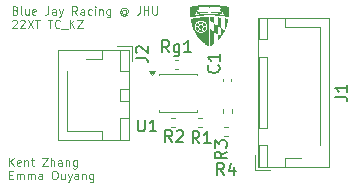
<source format=gto>
G04 #@! TF.GenerationSoftware,KiCad,Pcbnew,9.0.4*
G04 #@! TF.CreationDate,2025-12-18T17:29:26-05:00*
G04 #@! TF.ProjectId,TC_kent,54435f6b-656e-4742-9e6b-696361645f70,rev?*
G04 #@! TF.SameCoordinates,Original*
G04 #@! TF.FileFunction,Legend,Top*
G04 #@! TF.FilePolarity,Positive*
%FSLAX46Y46*%
G04 Gerber Fmt 4.6, Leading zero omitted, Abs format (unit mm)*
G04 Created by KiCad (PCBNEW 9.0.4) date 2025-12-18 17:29:26*
%MOMM*%
%LPD*%
G01*
G04 APERTURE LIST*
%ADD10C,0.100000*%
%ADD11C,0.150000*%
%ADD12C,0.120000*%
%ADD13C,0.000000*%
G04 APERTURE END LIST*
D10*
X119432455Y-91082172D02*
X119432455Y-90382172D01*
X119832455Y-91082172D02*
X119532455Y-90682172D01*
X119832455Y-90382172D02*
X119432455Y-90782172D01*
X120399122Y-91048839D02*
X120332455Y-91082172D01*
X120332455Y-91082172D02*
X120199122Y-91082172D01*
X120199122Y-91082172D02*
X120132455Y-91048839D01*
X120132455Y-91048839D02*
X120099122Y-90982172D01*
X120099122Y-90982172D02*
X120099122Y-90715505D01*
X120099122Y-90715505D02*
X120132455Y-90648839D01*
X120132455Y-90648839D02*
X120199122Y-90615505D01*
X120199122Y-90615505D02*
X120332455Y-90615505D01*
X120332455Y-90615505D02*
X120399122Y-90648839D01*
X120399122Y-90648839D02*
X120432455Y-90715505D01*
X120432455Y-90715505D02*
X120432455Y-90782172D01*
X120432455Y-90782172D02*
X120099122Y-90848839D01*
X120732455Y-90615505D02*
X120732455Y-91082172D01*
X120732455Y-90682172D02*
X120765789Y-90648839D01*
X120765789Y-90648839D02*
X120832455Y-90615505D01*
X120832455Y-90615505D02*
X120932455Y-90615505D01*
X120932455Y-90615505D02*
X120999122Y-90648839D01*
X120999122Y-90648839D02*
X121032455Y-90715505D01*
X121032455Y-90715505D02*
X121032455Y-91082172D01*
X121265788Y-90615505D02*
X121532455Y-90615505D01*
X121365788Y-90382172D02*
X121365788Y-90982172D01*
X121365788Y-90982172D02*
X121399122Y-91048839D01*
X121399122Y-91048839D02*
X121465788Y-91082172D01*
X121465788Y-91082172D02*
X121532455Y-91082172D01*
X122232455Y-90382172D02*
X122699121Y-90382172D01*
X122699121Y-90382172D02*
X122232455Y-91082172D01*
X122232455Y-91082172D02*
X122699121Y-91082172D01*
X122965788Y-91082172D02*
X122965788Y-90382172D01*
X123265788Y-91082172D02*
X123265788Y-90715505D01*
X123265788Y-90715505D02*
X123232455Y-90648839D01*
X123232455Y-90648839D02*
X123165788Y-90615505D01*
X123165788Y-90615505D02*
X123065788Y-90615505D01*
X123065788Y-90615505D02*
X122999122Y-90648839D01*
X122999122Y-90648839D02*
X122965788Y-90682172D01*
X123899121Y-91082172D02*
X123899121Y-90715505D01*
X123899121Y-90715505D02*
X123865788Y-90648839D01*
X123865788Y-90648839D02*
X123799121Y-90615505D01*
X123799121Y-90615505D02*
X123665788Y-90615505D01*
X123665788Y-90615505D02*
X123599121Y-90648839D01*
X123899121Y-91048839D02*
X123832455Y-91082172D01*
X123832455Y-91082172D02*
X123665788Y-91082172D01*
X123665788Y-91082172D02*
X123599121Y-91048839D01*
X123599121Y-91048839D02*
X123565788Y-90982172D01*
X123565788Y-90982172D02*
X123565788Y-90915505D01*
X123565788Y-90915505D02*
X123599121Y-90848839D01*
X123599121Y-90848839D02*
X123665788Y-90815505D01*
X123665788Y-90815505D02*
X123832455Y-90815505D01*
X123832455Y-90815505D02*
X123899121Y-90782172D01*
X124232454Y-90615505D02*
X124232454Y-91082172D01*
X124232454Y-90682172D02*
X124265788Y-90648839D01*
X124265788Y-90648839D02*
X124332454Y-90615505D01*
X124332454Y-90615505D02*
X124432454Y-90615505D01*
X124432454Y-90615505D02*
X124499121Y-90648839D01*
X124499121Y-90648839D02*
X124532454Y-90715505D01*
X124532454Y-90715505D02*
X124532454Y-91082172D01*
X125165787Y-90615505D02*
X125165787Y-91182172D01*
X125165787Y-91182172D02*
X125132454Y-91248839D01*
X125132454Y-91248839D02*
X125099121Y-91282172D01*
X125099121Y-91282172D02*
X125032454Y-91315505D01*
X125032454Y-91315505D02*
X124932454Y-91315505D01*
X124932454Y-91315505D02*
X124865787Y-91282172D01*
X125165787Y-91048839D02*
X125099121Y-91082172D01*
X125099121Y-91082172D02*
X124965787Y-91082172D01*
X124965787Y-91082172D02*
X124899121Y-91048839D01*
X124899121Y-91048839D02*
X124865787Y-91015505D01*
X124865787Y-91015505D02*
X124832454Y-90948839D01*
X124832454Y-90948839D02*
X124832454Y-90748839D01*
X124832454Y-90748839D02*
X124865787Y-90682172D01*
X124865787Y-90682172D02*
X124899121Y-90648839D01*
X124899121Y-90648839D02*
X124965787Y-90615505D01*
X124965787Y-90615505D02*
X125099121Y-90615505D01*
X125099121Y-90615505D02*
X125165787Y-90648839D01*
X119432455Y-91842466D02*
X119665789Y-91842466D01*
X119765789Y-92209133D02*
X119432455Y-92209133D01*
X119432455Y-92209133D02*
X119432455Y-91509133D01*
X119432455Y-91509133D02*
X119765789Y-91509133D01*
X120065788Y-92209133D02*
X120065788Y-91742466D01*
X120065788Y-91809133D02*
X120099122Y-91775800D01*
X120099122Y-91775800D02*
X120165788Y-91742466D01*
X120165788Y-91742466D02*
X120265788Y-91742466D01*
X120265788Y-91742466D02*
X120332455Y-91775800D01*
X120332455Y-91775800D02*
X120365788Y-91842466D01*
X120365788Y-91842466D02*
X120365788Y-92209133D01*
X120365788Y-91842466D02*
X120399122Y-91775800D01*
X120399122Y-91775800D02*
X120465788Y-91742466D01*
X120465788Y-91742466D02*
X120565788Y-91742466D01*
X120565788Y-91742466D02*
X120632455Y-91775800D01*
X120632455Y-91775800D02*
X120665788Y-91842466D01*
X120665788Y-91842466D02*
X120665788Y-92209133D01*
X120999121Y-92209133D02*
X120999121Y-91742466D01*
X120999121Y-91809133D02*
X121032455Y-91775800D01*
X121032455Y-91775800D02*
X121099121Y-91742466D01*
X121099121Y-91742466D02*
X121199121Y-91742466D01*
X121199121Y-91742466D02*
X121265788Y-91775800D01*
X121265788Y-91775800D02*
X121299121Y-91842466D01*
X121299121Y-91842466D02*
X121299121Y-92209133D01*
X121299121Y-91842466D02*
X121332455Y-91775800D01*
X121332455Y-91775800D02*
X121399121Y-91742466D01*
X121399121Y-91742466D02*
X121499121Y-91742466D01*
X121499121Y-91742466D02*
X121565788Y-91775800D01*
X121565788Y-91775800D02*
X121599121Y-91842466D01*
X121599121Y-91842466D02*
X121599121Y-92209133D01*
X122232454Y-92209133D02*
X122232454Y-91842466D01*
X122232454Y-91842466D02*
X122199121Y-91775800D01*
X122199121Y-91775800D02*
X122132454Y-91742466D01*
X122132454Y-91742466D02*
X121999121Y-91742466D01*
X121999121Y-91742466D02*
X121932454Y-91775800D01*
X122232454Y-92175800D02*
X122165788Y-92209133D01*
X122165788Y-92209133D02*
X121999121Y-92209133D01*
X121999121Y-92209133D02*
X121932454Y-92175800D01*
X121932454Y-92175800D02*
X121899121Y-92109133D01*
X121899121Y-92109133D02*
X121899121Y-92042466D01*
X121899121Y-92042466D02*
X121932454Y-91975800D01*
X121932454Y-91975800D02*
X121999121Y-91942466D01*
X121999121Y-91942466D02*
X122165788Y-91942466D01*
X122165788Y-91942466D02*
X122232454Y-91909133D01*
X123232454Y-91509133D02*
X123365787Y-91509133D01*
X123365787Y-91509133D02*
X123432454Y-91542466D01*
X123432454Y-91542466D02*
X123499120Y-91609133D01*
X123499120Y-91609133D02*
X123532454Y-91742466D01*
X123532454Y-91742466D02*
X123532454Y-91975800D01*
X123532454Y-91975800D02*
X123499120Y-92109133D01*
X123499120Y-92109133D02*
X123432454Y-92175800D01*
X123432454Y-92175800D02*
X123365787Y-92209133D01*
X123365787Y-92209133D02*
X123232454Y-92209133D01*
X123232454Y-92209133D02*
X123165787Y-92175800D01*
X123165787Y-92175800D02*
X123099120Y-92109133D01*
X123099120Y-92109133D02*
X123065787Y-91975800D01*
X123065787Y-91975800D02*
X123065787Y-91742466D01*
X123065787Y-91742466D02*
X123099120Y-91609133D01*
X123099120Y-91609133D02*
X123165787Y-91542466D01*
X123165787Y-91542466D02*
X123232454Y-91509133D01*
X124132453Y-91742466D02*
X124132453Y-92209133D01*
X123832453Y-91742466D02*
X123832453Y-92109133D01*
X123832453Y-92109133D02*
X123865787Y-92175800D01*
X123865787Y-92175800D02*
X123932453Y-92209133D01*
X123932453Y-92209133D02*
X124032453Y-92209133D01*
X124032453Y-92209133D02*
X124099120Y-92175800D01*
X124099120Y-92175800D02*
X124132453Y-92142466D01*
X124399120Y-91742466D02*
X124565786Y-92209133D01*
X124732453Y-91742466D02*
X124565786Y-92209133D01*
X124565786Y-92209133D02*
X124499120Y-92375800D01*
X124499120Y-92375800D02*
X124465786Y-92409133D01*
X124465786Y-92409133D02*
X124399120Y-92442466D01*
X125299119Y-92209133D02*
X125299119Y-91842466D01*
X125299119Y-91842466D02*
X125265786Y-91775800D01*
X125265786Y-91775800D02*
X125199119Y-91742466D01*
X125199119Y-91742466D02*
X125065786Y-91742466D01*
X125065786Y-91742466D02*
X124999119Y-91775800D01*
X125299119Y-92175800D02*
X125232453Y-92209133D01*
X125232453Y-92209133D02*
X125065786Y-92209133D01*
X125065786Y-92209133D02*
X124999119Y-92175800D01*
X124999119Y-92175800D02*
X124965786Y-92109133D01*
X124965786Y-92109133D02*
X124965786Y-92042466D01*
X124965786Y-92042466D02*
X124999119Y-91975800D01*
X124999119Y-91975800D02*
X125065786Y-91942466D01*
X125065786Y-91942466D02*
X125232453Y-91942466D01*
X125232453Y-91942466D02*
X125299119Y-91909133D01*
X125632452Y-91742466D02*
X125632452Y-92209133D01*
X125632452Y-91809133D02*
X125665786Y-91775800D01*
X125665786Y-91775800D02*
X125732452Y-91742466D01*
X125732452Y-91742466D02*
X125832452Y-91742466D01*
X125832452Y-91742466D02*
X125899119Y-91775800D01*
X125899119Y-91775800D02*
X125932452Y-91842466D01*
X125932452Y-91842466D02*
X125932452Y-92209133D01*
X126565785Y-91742466D02*
X126565785Y-92309133D01*
X126565785Y-92309133D02*
X126532452Y-92375800D01*
X126532452Y-92375800D02*
X126499119Y-92409133D01*
X126499119Y-92409133D02*
X126432452Y-92442466D01*
X126432452Y-92442466D02*
X126332452Y-92442466D01*
X126332452Y-92442466D02*
X126265785Y-92409133D01*
X126565785Y-92175800D02*
X126499119Y-92209133D01*
X126499119Y-92209133D02*
X126365785Y-92209133D01*
X126365785Y-92209133D02*
X126299119Y-92175800D01*
X126299119Y-92175800D02*
X126265785Y-92142466D01*
X126265785Y-92142466D02*
X126232452Y-92075800D01*
X126232452Y-92075800D02*
X126232452Y-91875800D01*
X126232452Y-91875800D02*
X126265785Y-91809133D01*
X126265785Y-91809133D02*
X126299119Y-91775800D01*
X126299119Y-91775800D02*
X126365785Y-91742466D01*
X126365785Y-91742466D02*
X126499119Y-91742466D01*
X126499119Y-91742466D02*
X126565785Y-91775800D01*
X119965789Y-77915505D02*
X120065789Y-77948839D01*
X120065789Y-77948839D02*
X120099122Y-77982172D01*
X120099122Y-77982172D02*
X120132455Y-78048839D01*
X120132455Y-78048839D02*
X120132455Y-78148839D01*
X120132455Y-78148839D02*
X120099122Y-78215505D01*
X120099122Y-78215505D02*
X120065789Y-78248839D01*
X120065789Y-78248839D02*
X119999122Y-78282172D01*
X119999122Y-78282172D02*
X119732455Y-78282172D01*
X119732455Y-78282172D02*
X119732455Y-77582172D01*
X119732455Y-77582172D02*
X119965789Y-77582172D01*
X119965789Y-77582172D02*
X120032455Y-77615505D01*
X120032455Y-77615505D02*
X120065789Y-77648839D01*
X120065789Y-77648839D02*
X120099122Y-77715505D01*
X120099122Y-77715505D02*
X120099122Y-77782172D01*
X120099122Y-77782172D02*
X120065789Y-77848839D01*
X120065789Y-77848839D02*
X120032455Y-77882172D01*
X120032455Y-77882172D02*
X119965789Y-77915505D01*
X119965789Y-77915505D02*
X119732455Y-77915505D01*
X120532455Y-78282172D02*
X120465789Y-78248839D01*
X120465789Y-78248839D02*
X120432455Y-78182172D01*
X120432455Y-78182172D02*
X120432455Y-77582172D01*
X121099122Y-77815505D02*
X121099122Y-78282172D01*
X120799122Y-77815505D02*
X120799122Y-78182172D01*
X120799122Y-78182172D02*
X120832456Y-78248839D01*
X120832456Y-78248839D02*
X120899122Y-78282172D01*
X120899122Y-78282172D02*
X120999122Y-78282172D01*
X120999122Y-78282172D02*
X121065789Y-78248839D01*
X121065789Y-78248839D02*
X121099122Y-78215505D01*
X121699122Y-78248839D02*
X121632455Y-78282172D01*
X121632455Y-78282172D02*
X121499122Y-78282172D01*
X121499122Y-78282172D02*
X121432455Y-78248839D01*
X121432455Y-78248839D02*
X121399122Y-78182172D01*
X121399122Y-78182172D02*
X121399122Y-77915505D01*
X121399122Y-77915505D02*
X121432455Y-77848839D01*
X121432455Y-77848839D02*
X121499122Y-77815505D01*
X121499122Y-77815505D02*
X121632455Y-77815505D01*
X121632455Y-77815505D02*
X121699122Y-77848839D01*
X121699122Y-77848839D02*
X121732455Y-77915505D01*
X121732455Y-77915505D02*
X121732455Y-77982172D01*
X121732455Y-77982172D02*
X121399122Y-78048839D01*
X122765788Y-77582172D02*
X122765788Y-78082172D01*
X122765788Y-78082172D02*
X122732455Y-78182172D01*
X122732455Y-78182172D02*
X122665788Y-78248839D01*
X122665788Y-78248839D02*
X122565788Y-78282172D01*
X122565788Y-78282172D02*
X122499122Y-78282172D01*
X123399121Y-78282172D02*
X123399121Y-77915505D01*
X123399121Y-77915505D02*
X123365788Y-77848839D01*
X123365788Y-77848839D02*
X123299121Y-77815505D01*
X123299121Y-77815505D02*
X123165788Y-77815505D01*
X123165788Y-77815505D02*
X123099121Y-77848839D01*
X123399121Y-78248839D02*
X123332455Y-78282172D01*
X123332455Y-78282172D02*
X123165788Y-78282172D01*
X123165788Y-78282172D02*
X123099121Y-78248839D01*
X123099121Y-78248839D02*
X123065788Y-78182172D01*
X123065788Y-78182172D02*
X123065788Y-78115505D01*
X123065788Y-78115505D02*
X123099121Y-78048839D01*
X123099121Y-78048839D02*
X123165788Y-78015505D01*
X123165788Y-78015505D02*
X123332455Y-78015505D01*
X123332455Y-78015505D02*
X123399121Y-77982172D01*
X123665788Y-77815505D02*
X123832454Y-78282172D01*
X123999121Y-77815505D02*
X123832454Y-78282172D01*
X123832454Y-78282172D02*
X123765788Y-78448839D01*
X123765788Y-78448839D02*
X123732454Y-78482172D01*
X123732454Y-78482172D02*
X123665788Y-78515505D01*
X125199120Y-78282172D02*
X124965787Y-77948839D01*
X124799120Y-78282172D02*
X124799120Y-77582172D01*
X124799120Y-77582172D02*
X125065787Y-77582172D01*
X125065787Y-77582172D02*
X125132454Y-77615505D01*
X125132454Y-77615505D02*
X125165787Y-77648839D01*
X125165787Y-77648839D02*
X125199120Y-77715505D01*
X125199120Y-77715505D02*
X125199120Y-77815505D01*
X125199120Y-77815505D02*
X125165787Y-77882172D01*
X125165787Y-77882172D02*
X125132454Y-77915505D01*
X125132454Y-77915505D02*
X125065787Y-77948839D01*
X125065787Y-77948839D02*
X124799120Y-77948839D01*
X125799120Y-78282172D02*
X125799120Y-77915505D01*
X125799120Y-77915505D02*
X125765787Y-77848839D01*
X125765787Y-77848839D02*
X125699120Y-77815505D01*
X125699120Y-77815505D02*
X125565787Y-77815505D01*
X125565787Y-77815505D02*
X125499120Y-77848839D01*
X125799120Y-78248839D02*
X125732454Y-78282172D01*
X125732454Y-78282172D02*
X125565787Y-78282172D01*
X125565787Y-78282172D02*
X125499120Y-78248839D01*
X125499120Y-78248839D02*
X125465787Y-78182172D01*
X125465787Y-78182172D02*
X125465787Y-78115505D01*
X125465787Y-78115505D02*
X125499120Y-78048839D01*
X125499120Y-78048839D02*
X125565787Y-78015505D01*
X125565787Y-78015505D02*
X125732454Y-78015505D01*
X125732454Y-78015505D02*
X125799120Y-77982172D01*
X126432453Y-78248839D02*
X126365787Y-78282172D01*
X126365787Y-78282172D02*
X126232453Y-78282172D01*
X126232453Y-78282172D02*
X126165787Y-78248839D01*
X126165787Y-78248839D02*
X126132453Y-78215505D01*
X126132453Y-78215505D02*
X126099120Y-78148839D01*
X126099120Y-78148839D02*
X126099120Y-77948839D01*
X126099120Y-77948839D02*
X126132453Y-77882172D01*
X126132453Y-77882172D02*
X126165787Y-77848839D01*
X126165787Y-77848839D02*
X126232453Y-77815505D01*
X126232453Y-77815505D02*
X126365787Y-77815505D01*
X126365787Y-77815505D02*
X126432453Y-77848839D01*
X126732453Y-78282172D02*
X126732453Y-77815505D01*
X126732453Y-77582172D02*
X126699120Y-77615505D01*
X126699120Y-77615505D02*
X126732453Y-77648839D01*
X126732453Y-77648839D02*
X126765787Y-77615505D01*
X126765787Y-77615505D02*
X126732453Y-77582172D01*
X126732453Y-77582172D02*
X126732453Y-77648839D01*
X127065786Y-77815505D02*
X127065786Y-78282172D01*
X127065786Y-77882172D02*
X127099120Y-77848839D01*
X127099120Y-77848839D02*
X127165786Y-77815505D01*
X127165786Y-77815505D02*
X127265786Y-77815505D01*
X127265786Y-77815505D02*
X127332453Y-77848839D01*
X127332453Y-77848839D02*
X127365786Y-77915505D01*
X127365786Y-77915505D02*
X127365786Y-78282172D01*
X127999119Y-77815505D02*
X127999119Y-78382172D01*
X127999119Y-78382172D02*
X127965786Y-78448839D01*
X127965786Y-78448839D02*
X127932453Y-78482172D01*
X127932453Y-78482172D02*
X127865786Y-78515505D01*
X127865786Y-78515505D02*
X127765786Y-78515505D01*
X127765786Y-78515505D02*
X127699119Y-78482172D01*
X127999119Y-78248839D02*
X127932453Y-78282172D01*
X127932453Y-78282172D02*
X127799119Y-78282172D01*
X127799119Y-78282172D02*
X127732453Y-78248839D01*
X127732453Y-78248839D02*
X127699119Y-78215505D01*
X127699119Y-78215505D02*
X127665786Y-78148839D01*
X127665786Y-78148839D02*
X127665786Y-77948839D01*
X127665786Y-77948839D02*
X127699119Y-77882172D01*
X127699119Y-77882172D02*
X127732453Y-77848839D01*
X127732453Y-77848839D02*
X127799119Y-77815505D01*
X127799119Y-77815505D02*
X127932453Y-77815505D01*
X127932453Y-77815505D02*
X127999119Y-77848839D01*
X129299119Y-77948839D02*
X129265785Y-77915505D01*
X129265785Y-77915505D02*
X129199119Y-77882172D01*
X129199119Y-77882172D02*
X129132452Y-77882172D01*
X129132452Y-77882172D02*
X129065785Y-77915505D01*
X129065785Y-77915505D02*
X129032452Y-77948839D01*
X129032452Y-77948839D02*
X128999119Y-78015505D01*
X128999119Y-78015505D02*
X128999119Y-78082172D01*
X128999119Y-78082172D02*
X129032452Y-78148839D01*
X129032452Y-78148839D02*
X129065785Y-78182172D01*
X129065785Y-78182172D02*
X129132452Y-78215505D01*
X129132452Y-78215505D02*
X129199119Y-78215505D01*
X129199119Y-78215505D02*
X129265785Y-78182172D01*
X129265785Y-78182172D02*
X129299119Y-78148839D01*
X129299119Y-77882172D02*
X129299119Y-78148839D01*
X129299119Y-78148839D02*
X129332452Y-78182172D01*
X129332452Y-78182172D02*
X129365785Y-78182172D01*
X129365785Y-78182172D02*
X129432452Y-78148839D01*
X129432452Y-78148839D02*
X129465785Y-78082172D01*
X129465785Y-78082172D02*
X129465785Y-77915505D01*
X129465785Y-77915505D02*
X129399119Y-77815505D01*
X129399119Y-77815505D02*
X129299119Y-77748839D01*
X129299119Y-77748839D02*
X129165785Y-77715505D01*
X129165785Y-77715505D02*
X129032452Y-77748839D01*
X129032452Y-77748839D02*
X128932452Y-77815505D01*
X128932452Y-77815505D02*
X128865785Y-77915505D01*
X128865785Y-77915505D02*
X128832452Y-78048839D01*
X128832452Y-78048839D02*
X128865785Y-78182172D01*
X128865785Y-78182172D02*
X128932452Y-78282172D01*
X128932452Y-78282172D02*
X129032452Y-78348839D01*
X129032452Y-78348839D02*
X129165785Y-78382172D01*
X129165785Y-78382172D02*
X129299119Y-78348839D01*
X129299119Y-78348839D02*
X129399119Y-78282172D01*
X130499118Y-77582172D02*
X130499118Y-78082172D01*
X130499118Y-78082172D02*
X130465785Y-78182172D01*
X130465785Y-78182172D02*
X130399118Y-78248839D01*
X130399118Y-78248839D02*
X130299118Y-78282172D01*
X130299118Y-78282172D02*
X130232452Y-78282172D01*
X130832451Y-78282172D02*
X130832451Y-77582172D01*
X130832451Y-77915505D02*
X131232451Y-77915505D01*
X131232451Y-78282172D02*
X131232451Y-77582172D01*
X131565784Y-77582172D02*
X131565784Y-78148839D01*
X131565784Y-78148839D02*
X131599118Y-78215505D01*
X131599118Y-78215505D02*
X131632451Y-78248839D01*
X131632451Y-78248839D02*
X131699118Y-78282172D01*
X131699118Y-78282172D02*
X131832451Y-78282172D01*
X131832451Y-78282172D02*
X131899118Y-78248839D01*
X131899118Y-78248839D02*
X131932451Y-78215505D01*
X131932451Y-78215505D02*
X131965784Y-78148839D01*
X131965784Y-78148839D02*
X131965784Y-77582172D01*
X119699122Y-78775800D02*
X119732455Y-78742466D01*
X119732455Y-78742466D02*
X119799122Y-78709133D01*
X119799122Y-78709133D02*
X119965789Y-78709133D01*
X119965789Y-78709133D02*
X120032455Y-78742466D01*
X120032455Y-78742466D02*
X120065789Y-78775800D01*
X120065789Y-78775800D02*
X120099122Y-78842466D01*
X120099122Y-78842466D02*
X120099122Y-78909133D01*
X120099122Y-78909133D02*
X120065789Y-79009133D01*
X120065789Y-79009133D02*
X119665789Y-79409133D01*
X119665789Y-79409133D02*
X120099122Y-79409133D01*
X120365789Y-78775800D02*
X120399122Y-78742466D01*
X120399122Y-78742466D02*
X120465789Y-78709133D01*
X120465789Y-78709133D02*
X120632456Y-78709133D01*
X120632456Y-78709133D02*
X120699122Y-78742466D01*
X120699122Y-78742466D02*
X120732456Y-78775800D01*
X120732456Y-78775800D02*
X120765789Y-78842466D01*
X120765789Y-78842466D02*
X120765789Y-78909133D01*
X120765789Y-78909133D02*
X120732456Y-79009133D01*
X120732456Y-79009133D02*
X120332456Y-79409133D01*
X120332456Y-79409133D02*
X120765789Y-79409133D01*
X120999123Y-78709133D02*
X121465789Y-79409133D01*
X121465789Y-78709133D02*
X120999123Y-79409133D01*
X121632456Y-78709133D02*
X122032456Y-78709133D01*
X121832456Y-79409133D02*
X121832456Y-78709133D01*
X122699122Y-78709133D02*
X123099122Y-78709133D01*
X122899122Y-79409133D02*
X122899122Y-78709133D01*
X123732455Y-79342466D02*
X123699122Y-79375800D01*
X123699122Y-79375800D02*
X123599122Y-79409133D01*
X123599122Y-79409133D02*
X123532455Y-79409133D01*
X123532455Y-79409133D02*
X123432455Y-79375800D01*
X123432455Y-79375800D02*
X123365789Y-79309133D01*
X123365789Y-79309133D02*
X123332455Y-79242466D01*
X123332455Y-79242466D02*
X123299122Y-79109133D01*
X123299122Y-79109133D02*
X123299122Y-79009133D01*
X123299122Y-79009133D02*
X123332455Y-78875800D01*
X123332455Y-78875800D02*
X123365789Y-78809133D01*
X123365789Y-78809133D02*
X123432455Y-78742466D01*
X123432455Y-78742466D02*
X123532455Y-78709133D01*
X123532455Y-78709133D02*
X123599122Y-78709133D01*
X123599122Y-78709133D02*
X123699122Y-78742466D01*
X123699122Y-78742466D02*
X123732455Y-78775800D01*
X123865789Y-79475800D02*
X124399122Y-79475800D01*
X124565788Y-79409133D02*
X124565788Y-78709133D01*
X124965788Y-79409133D02*
X124665788Y-79009133D01*
X124965788Y-78709133D02*
X124565788Y-79109133D01*
X125199122Y-78709133D02*
X125665788Y-78709133D01*
X125665788Y-78709133D02*
X125199122Y-79409133D01*
X125199122Y-79409133D02*
X125665788Y-79409133D01*
D11*
X147054819Y-85233333D02*
X147769104Y-85233333D01*
X147769104Y-85233333D02*
X147911961Y-85280952D01*
X147911961Y-85280952D02*
X148007200Y-85376190D01*
X148007200Y-85376190D02*
X148054819Y-85519047D01*
X148054819Y-85519047D02*
X148054819Y-85614285D01*
X148054819Y-84233333D02*
X148054819Y-84804761D01*
X148054819Y-84519047D02*
X147054819Y-84519047D01*
X147054819Y-84519047D02*
X147197676Y-84614285D01*
X147197676Y-84614285D02*
X147292914Y-84709523D01*
X147292914Y-84709523D02*
X147340533Y-84804761D01*
X135533333Y-89154819D02*
X135200000Y-88678628D01*
X134961905Y-89154819D02*
X134961905Y-88154819D01*
X134961905Y-88154819D02*
X135342857Y-88154819D01*
X135342857Y-88154819D02*
X135438095Y-88202438D01*
X135438095Y-88202438D02*
X135485714Y-88250057D01*
X135485714Y-88250057D02*
X135533333Y-88345295D01*
X135533333Y-88345295D02*
X135533333Y-88488152D01*
X135533333Y-88488152D02*
X135485714Y-88583390D01*
X135485714Y-88583390D02*
X135438095Y-88631009D01*
X135438095Y-88631009D02*
X135342857Y-88678628D01*
X135342857Y-88678628D02*
X134961905Y-88678628D01*
X136485714Y-89154819D02*
X135914286Y-89154819D01*
X136200000Y-89154819D02*
X136200000Y-88154819D01*
X136200000Y-88154819D02*
X136104762Y-88297676D01*
X136104762Y-88297676D02*
X136009524Y-88392914D01*
X136009524Y-88392914D02*
X135914286Y-88440533D01*
X130154819Y-81933333D02*
X130869104Y-81933333D01*
X130869104Y-81933333D02*
X131011961Y-81980952D01*
X131011961Y-81980952D02*
X131107200Y-82076190D01*
X131107200Y-82076190D02*
X131154819Y-82219047D01*
X131154819Y-82219047D02*
X131154819Y-82314285D01*
X130250057Y-81504761D02*
X130202438Y-81457142D01*
X130202438Y-81457142D02*
X130154819Y-81361904D01*
X130154819Y-81361904D02*
X130154819Y-81123809D01*
X130154819Y-81123809D02*
X130202438Y-81028571D01*
X130202438Y-81028571D02*
X130250057Y-80980952D01*
X130250057Y-80980952D02*
X130345295Y-80933333D01*
X130345295Y-80933333D02*
X130440533Y-80933333D01*
X130440533Y-80933333D02*
X130583390Y-80980952D01*
X130583390Y-80980952D02*
X131154819Y-81552380D01*
X131154819Y-81552380D02*
X131154819Y-80933333D01*
X133233333Y-89054819D02*
X132900000Y-88578628D01*
X132661905Y-89054819D02*
X132661905Y-88054819D01*
X132661905Y-88054819D02*
X133042857Y-88054819D01*
X133042857Y-88054819D02*
X133138095Y-88102438D01*
X133138095Y-88102438D02*
X133185714Y-88150057D01*
X133185714Y-88150057D02*
X133233333Y-88245295D01*
X133233333Y-88245295D02*
X133233333Y-88388152D01*
X133233333Y-88388152D02*
X133185714Y-88483390D01*
X133185714Y-88483390D02*
X133138095Y-88531009D01*
X133138095Y-88531009D02*
X133042857Y-88578628D01*
X133042857Y-88578628D02*
X132661905Y-88578628D01*
X133614286Y-88150057D02*
X133661905Y-88102438D01*
X133661905Y-88102438D02*
X133757143Y-88054819D01*
X133757143Y-88054819D02*
X133995238Y-88054819D01*
X133995238Y-88054819D02*
X134090476Y-88102438D01*
X134090476Y-88102438D02*
X134138095Y-88150057D01*
X134138095Y-88150057D02*
X134185714Y-88245295D01*
X134185714Y-88245295D02*
X134185714Y-88340533D01*
X134185714Y-88340533D02*
X134138095Y-88483390D01*
X134138095Y-88483390D02*
X133566667Y-89054819D01*
X133566667Y-89054819D02*
X134185714Y-89054819D01*
X137633333Y-91854819D02*
X137300000Y-91378628D01*
X137061905Y-91854819D02*
X137061905Y-90854819D01*
X137061905Y-90854819D02*
X137442857Y-90854819D01*
X137442857Y-90854819D02*
X137538095Y-90902438D01*
X137538095Y-90902438D02*
X137585714Y-90950057D01*
X137585714Y-90950057D02*
X137633333Y-91045295D01*
X137633333Y-91045295D02*
X137633333Y-91188152D01*
X137633333Y-91188152D02*
X137585714Y-91283390D01*
X137585714Y-91283390D02*
X137538095Y-91331009D01*
X137538095Y-91331009D02*
X137442857Y-91378628D01*
X137442857Y-91378628D02*
X137061905Y-91378628D01*
X138490476Y-91188152D02*
X138490476Y-91854819D01*
X138252381Y-90807200D02*
X138014286Y-91521485D01*
X138014286Y-91521485D02*
X138633333Y-91521485D01*
X132980952Y-81454819D02*
X132647619Y-80978628D01*
X132409524Y-81454819D02*
X132409524Y-80454819D01*
X132409524Y-80454819D02*
X132790476Y-80454819D01*
X132790476Y-80454819D02*
X132885714Y-80502438D01*
X132885714Y-80502438D02*
X132933333Y-80550057D01*
X132933333Y-80550057D02*
X132980952Y-80645295D01*
X132980952Y-80645295D02*
X132980952Y-80788152D01*
X132980952Y-80788152D02*
X132933333Y-80883390D01*
X132933333Y-80883390D02*
X132885714Y-80931009D01*
X132885714Y-80931009D02*
X132790476Y-80978628D01*
X132790476Y-80978628D02*
X132409524Y-80978628D01*
X133838095Y-80788152D02*
X133838095Y-81597676D01*
X133838095Y-81597676D02*
X133790476Y-81692914D01*
X133790476Y-81692914D02*
X133742857Y-81740533D01*
X133742857Y-81740533D02*
X133647619Y-81788152D01*
X133647619Y-81788152D02*
X133504762Y-81788152D01*
X133504762Y-81788152D02*
X133409524Y-81740533D01*
X133838095Y-81407200D02*
X133742857Y-81454819D01*
X133742857Y-81454819D02*
X133552381Y-81454819D01*
X133552381Y-81454819D02*
X133457143Y-81407200D01*
X133457143Y-81407200D02*
X133409524Y-81359580D01*
X133409524Y-81359580D02*
X133361905Y-81264342D01*
X133361905Y-81264342D02*
X133361905Y-80978628D01*
X133361905Y-80978628D02*
X133409524Y-80883390D01*
X133409524Y-80883390D02*
X133457143Y-80835771D01*
X133457143Y-80835771D02*
X133552381Y-80788152D01*
X133552381Y-80788152D02*
X133742857Y-80788152D01*
X133742857Y-80788152D02*
X133838095Y-80835771D01*
X134838095Y-81454819D02*
X134266667Y-81454819D01*
X134552381Y-81454819D02*
X134552381Y-80454819D01*
X134552381Y-80454819D02*
X134457143Y-80597676D01*
X134457143Y-80597676D02*
X134361905Y-80692914D01*
X134361905Y-80692914D02*
X134266667Y-80740533D01*
X137854819Y-89866666D02*
X137378628Y-90199999D01*
X137854819Y-90438094D02*
X136854819Y-90438094D01*
X136854819Y-90438094D02*
X136854819Y-90057142D01*
X136854819Y-90057142D02*
X136902438Y-89961904D01*
X136902438Y-89961904D02*
X136950057Y-89914285D01*
X136950057Y-89914285D02*
X137045295Y-89866666D01*
X137045295Y-89866666D02*
X137188152Y-89866666D01*
X137188152Y-89866666D02*
X137283390Y-89914285D01*
X137283390Y-89914285D02*
X137331009Y-89961904D01*
X137331009Y-89961904D02*
X137378628Y-90057142D01*
X137378628Y-90057142D02*
X137378628Y-90438094D01*
X136854819Y-89533332D02*
X136854819Y-88914285D01*
X136854819Y-88914285D02*
X137235771Y-89247618D01*
X137235771Y-89247618D02*
X137235771Y-89104761D01*
X137235771Y-89104761D02*
X137283390Y-89009523D01*
X137283390Y-89009523D02*
X137331009Y-88961904D01*
X137331009Y-88961904D02*
X137426247Y-88914285D01*
X137426247Y-88914285D02*
X137664342Y-88914285D01*
X137664342Y-88914285D02*
X137759580Y-88961904D01*
X137759580Y-88961904D02*
X137807200Y-89009523D01*
X137807200Y-89009523D02*
X137854819Y-89104761D01*
X137854819Y-89104761D02*
X137854819Y-89390475D01*
X137854819Y-89390475D02*
X137807200Y-89485713D01*
X137807200Y-89485713D02*
X137759580Y-89533332D01*
X130338095Y-87154819D02*
X130338095Y-87964342D01*
X130338095Y-87964342D02*
X130385714Y-88059580D01*
X130385714Y-88059580D02*
X130433333Y-88107200D01*
X130433333Y-88107200D02*
X130528571Y-88154819D01*
X130528571Y-88154819D02*
X130719047Y-88154819D01*
X130719047Y-88154819D02*
X130814285Y-88107200D01*
X130814285Y-88107200D02*
X130861904Y-88059580D01*
X130861904Y-88059580D02*
X130909523Y-87964342D01*
X130909523Y-87964342D02*
X130909523Y-87154819D01*
X131909523Y-88154819D02*
X131338095Y-88154819D01*
X131623809Y-88154819D02*
X131623809Y-87154819D01*
X131623809Y-87154819D02*
X131528571Y-87297676D01*
X131528571Y-87297676D02*
X131433333Y-87392914D01*
X131433333Y-87392914D02*
X131338095Y-87440533D01*
X137159580Y-82566666D02*
X137207200Y-82614285D01*
X137207200Y-82614285D02*
X137254819Y-82757142D01*
X137254819Y-82757142D02*
X137254819Y-82852380D01*
X137254819Y-82852380D02*
X137207200Y-82995237D01*
X137207200Y-82995237D02*
X137111961Y-83090475D01*
X137111961Y-83090475D02*
X137016723Y-83138094D01*
X137016723Y-83138094D02*
X136826247Y-83185713D01*
X136826247Y-83185713D02*
X136683390Y-83185713D01*
X136683390Y-83185713D02*
X136492914Y-83138094D01*
X136492914Y-83138094D02*
X136397676Y-83090475D01*
X136397676Y-83090475D02*
X136302438Y-82995237D01*
X136302438Y-82995237D02*
X136254819Y-82852380D01*
X136254819Y-82852380D02*
X136254819Y-82757142D01*
X136254819Y-82757142D02*
X136302438Y-82614285D01*
X136302438Y-82614285D02*
X136350057Y-82566666D01*
X137254819Y-81614285D02*
X137254819Y-82185713D01*
X137254819Y-81899999D02*
X136254819Y-81899999D01*
X136254819Y-81899999D02*
X136397676Y-81995237D01*
X136397676Y-81995237D02*
X136492914Y-82090475D01*
X136492914Y-82090475D02*
X136540533Y-82185713D01*
D12*
X140250000Y-90200000D02*
X140250000Y-91450000D01*
X140250000Y-91450000D02*
X141500000Y-91450000D01*
X140540000Y-78540000D02*
X140540000Y-91160000D01*
X140540000Y-91160000D02*
X146510000Y-91160000D01*
X140550000Y-78550000D02*
X140550000Y-80350000D01*
X140550000Y-80350000D02*
X141300000Y-80350000D01*
X140550000Y-81850000D02*
X140550000Y-87850000D01*
X140550000Y-87850000D02*
X141300000Y-87850000D01*
X140550000Y-89350000D02*
X140550000Y-91150000D01*
X140550000Y-91150000D02*
X141300000Y-91150000D01*
X141300000Y-78550000D02*
X140550000Y-78550000D01*
X141300000Y-80350000D02*
X141300000Y-78550000D01*
X141300000Y-81850000D02*
X140550000Y-81850000D01*
X141300000Y-87850000D02*
X141300000Y-81850000D01*
X141300000Y-89350000D02*
X140550000Y-89350000D01*
X141300000Y-91150000D02*
X141300000Y-89350000D01*
X142800000Y-78550000D02*
X142800000Y-79300000D01*
X142800000Y-79300000D02*
X145750000Y-79300000D01*
X142800000Y-90400000D02*
X144140000Y-90400000D01*
X142800000Y-91150000D02*
X142800000Y-90400000D01*
X145750000Y-79300000D02*
X145750000Y-84850000D01*
X145750000Y-84850000D02*
X145750000Y-89340000D01*
X146510000Y-78540000D02*
X140540000Y-78540000D01*
X146510000Y-91160000D02*
X146510000Y-78540000D01*
X135743641Y-87020000D02*
X135436359Y-87020000D01*
X135743641Y-87780000D02*
X135436359Y-87780000D01*
D13*
G36*
X136537444Y-78476710D02*
G01*
X136566161Y-78477401D01*
X136595180Y-78478202D01*
X136625241Y-78479140D01*
X136657089Y-78480239D01*
X136691466Y-78481523D01*
X136729115Y-78483018D01*
X136741221Y-78483514D01*
X136775715Y-78484935D01*
X136775715Y-78749303D01*
X136775702Y-78782385D01*
X136775666Y-78814269D01*
X136775607Y-78844703D01*
X136775527Y-78873432D01*
X136775428Y-78900204D01*
X136775311Y-78924764D01*
X136775177Y-78946860D01*
X136775029Y-78966237D01*
X136774868Y-78982644D01*
X136774694Y-78995825D01*
X136774511Y-79005527D01*
X136774319Y-79011498D01*
X136774123Y-79013485D01*
X136772154Y-79012310D01*
X136766913Y-79008959D01*
X136758658Y-79003602D01*
X136747651Y-78996410D01*
X136734152Y-78987555D01*
X136718420Y-78977206D01*
X136700716Y-78965536D01*
X136681300Y-78952716D01*
X136660432Y-78938916D01*
X136638373Y-78924307D01*
X136622351Y-78913685D01*
X136472171Y-78814071D01*
X136472171Y-78644663D01*
X136472171Y-78475254D01*
X136537444Y-78476710D01*
G37*
G36*
X135684314Y-79164529D02*
G01*
X135706185Y-79166603D01*
X135725530Y-79171124D01*
X135743195Y-79178470D01*
X135760027Y-79189021D01*
X135776870Y-79203155D01*
X135782372Y-79208469D01*
X135798725Y-79227221D01*
X135811064Y-79247124D01*
X135819526Y-79268509D01*
X135824248Y-79291704D01*
X135825425Y-79312221D01*
X135824674Y-79330142D01*
X135822160Y-79345966D01*
X135817490Y-79361353D01*
X135810271Y-79377967D01*
X135809566Y-79379411D01*
X135797651Y-79399022D01*
X135782334Y-79416829D01*
X135764274Y-79432260D01*
X135744131Y-79444743D01*
X135724778Y-79452980D01*
X135708681Y-79457077D01*
X135690478Y-79459506D01*
X135671661Y-79460209D01*
X135653719Y-79459128D01*
X135638726Y-79456362D01*
X135615551Y-79448025D01*
X135594425Y-79436263D01*
X135575651Y-79421465D01*
X135559529Y-79404021D01*
X135546363Y-79384319D01*
X135536452Y-79362749D01*
X135530099Y-79339700D01*
X135527604Y-79315563D01*
X135527578Y-79312829D01*
X135529604Y-79287647D01*
X135535552Y-79263813D01*
X135545228Y-79241640D01*
X135558436Y-79221441D01*
X135574982Y-79203529D01*
X135594672Y-79188218D01*
X135610815Y-79178914D01*
X135627414Y-79171685D01*
X135643870Y-79167027D01*
X135661458Y-79164690D01*
X135681453Y-79164423D01*
X135684314Y-79164529D01*
G37*
G36*
X136032971Y-79348060D02*
G01*
X136049726Y-79350108D01*
X136062494Y-79353371D01*
X136076405Y-79360318D01*
X136089185Y-79370564D01*
X136099956Y-79383181D01*
X136107841Y-79397241D01*
X136110231Y-79403849D01*
X136112870Y-79416716D01*
X136113215Y-79430434D01*
X136111173Y-79445513D01*
X136106649Y-79462464D01*
X136099551Y-79481797D01*
X136093200Y-79496576D01*
X136083763Y-79516065D01*
X136072946Y-79535887D01*
X136061175Y-79555426D01*
X136048873Y-79574065D01*
X136036466Y-79591186D01*
X136024380Y-79606172D01*
X136013039Y-79618404D01*
X136003632Y-79626693D01*
X135989758Y-79635028D01*
X135974067Y-79640716D01*
X135957814Y-79643449D01*
X135942254Y-79642919D01*
X135939475Y-79642423D01*
X135922845Y-79636863D01*
X135907406Y-79627242D01*
X135893165Y-79613565D01*
X135880127Y-79595839D01*
X135875988Y-79588922D01*
X135861738Y-79561095D01*
X135851192Y-79534306D01*
X135844322Y-79508701D01*
X135841101Y-79484425D01*
X135841503Y-79461626D01*
X135845499Y-79440447D01*
X135853064Y-79421035D01*
X135864170Y-79403535D01*
X135878789Y-79388094D01*
X135896895Y-79374856D01*
X135917801Y-79364244D01*
X135934238Y-79358495D01*
X135952978Y-79353877D01*
X135973122Y-79350456D01*
X135993769Y-79348301D01*
X136014019Y-79347480D01*
X136032971Y-79348060D01*
G37*
G36*
X135703975Y-79523466D02*
G01*
X135724771Y-79530885D01*
X135742554Y-79540794D01*
X135757773Y-79552329D01*
X135773204Y-79566833D01*
X135788207Y-79583473D01*
X135802137Y-79601418D01*
X135814353Y-79619835D01*
X135824211Y-79637890D01*
X135831068Y-79654750D01*
X135831448Y-79655961D01*
X135834983Y-79674055D01*
X135834527Y-79691524D01*
X135830327Y-79707957D01*
X135822632Y-79722941D01*
X135811691Y-79736065D01*
X135797752Y-79746916D01*
X135781064Y-79755084D01*
X135769537Y-79758597D01*
X135755980Y-79761225D01*
X135739215Y-79763459D01*
X135720268Y-79765245D01*
X135700163Y-79766524D01*
X135679925Y-79767241D01*
X135660579Y-79767341D01*
X135643148Y-79766766D01*
X135633712Y-79766042D01*
X135622514Y-79764679D01*
X135609975Y-79762745D01*
X135597333Y-79760472D01*
X135585825Y-79758089D01*
X135576687Y-79755827D01*
X135573427Y-79754824D01*
X135556728Y-79747087D01*
X135542598Y-79736480D01*
X135531341Y-79723498D01*
X135523258Y-79708635D01*
X135518651Y-79692387D01*
X135517822Y-79675246D01*
X135519045Y-79665831D01*
X135523126Y-79651897D01*
X135530075Y-79636155D01*
X135539378Y-79619357D01*
X135550521Y-79602253D01*
X135562989Y-79585593D01*
X135576267Y-79570128D01*
X135589841Y-79556609D01*
X135599471Y-79548529D01*
X135619765Y-79535265D01*
X135640566Y-79526116D01*
X135661669Y-79521092D01*
X135682873Y-79520205D01*
X135703975Y-79523466D01*
G37*
G36*
X135976773Y-78984332D02*
G01*
X135991094Y-78989399D01*
X136002785Y-78996835D01*
X136015382Y-79007848D01*
X136028560Y-79021961D01*
X136041995Y-79038697D01*
X136055362Y-79057579D01*
X136068336Y-79078132D01*
X136080594Y-79099878D01*
X136091810Y-79122341D01*
X136101660Y-79145044D01*
X136107310Y-79160083D01*
X136112905Y-79180902D01*
X136114617Y-79200306D01*
X136112459Y-79218195D01*
X136106445Y-79234466D01*
X136096588Y-79249018D01*
X136095414Y-79250349D01*
X136083875Y-79260571D01*
X136069777Y-79269052D01*
X136054724Y-79274883D01*
X136050184Y-79275995D01*
X136040973Y-79277235D01*
X136028717Y-79277915D01*
X136014576Y-79278049D01*
X135999713Y-79277651D01*
X135985288Y-79276734D01*
X135972463Y-79275313D01*
X135970763Y-79275059D01*
X135955954Y-79272110D01*
X135940114Y-79267856D01*
X135924623Y-79262745D01*
X135910859Y-79257224D01*
X135901900Y-79252745D01*
X135883259Y-79239912D01*
X135868097Y-79224777D01*
X135856446Y-79207504D01*
X135848336Y-79188261D01*
X135843798Y-79167214D01*
X135842862Y-79144529D01*
X135845560Y-79120372D01*
X135851921Y-79094910D01*
X135861977Y-79068308D01*
X135866165Y-79059195D01*
X135877201Y-79038015D01*
X135888212Y-79020721D01*
X135899495Y-79006975D01*
X135911346Y-78996438D01*
X135924062Y-78988775D01*
X135930353Y-78986096D01*
X135944878Y-78982595D01*
X135960858Y-78982035D01*
X135976773Y-78984332D01*
G37*
G36*
X135362191Y-79349102D02*
G01*
X135382175Y-79351397D01*
X135409698Y-79356857D01*
X135433808Y-79364589D01*
X135454734Y-79374695D01*
X135472709Y-79387277D01*
X135480894Y-79394759D01*
X135494860Y-79411545D01*
X135505020Y-79430144D01*
X135511368Y-79450489D01*
X135513904Y-79472512D01*
X135512624Y-79496149D01*
X135507526Y-79521333D01*
X135498607Y-79547997D01*
X135488107Y-79571599D01*
X135476565Y-79592918D01*
X135464846Y-79610225D01*
X135452741Y-79623740D01*
X135440045Y-79633686D01*
X135426551Y-79640283D01*
X135422984Y-79641449D01*
X135411060Y-79643749D01*
X135397760Y-79644377D01*
X135385061Y-79643322D01*
X135377929Y-79641686D01*
X135366338Y-79637059D01*
X135355274Y-79630470D01*
X135344196Y-79621466D01*
X135332561Y-79609596D01*
X135319828Y-79594408D01*
X135317134Y-79590974D01*
X135295179Y-79559920D01*
X135275258Y-79526098D01*
X135258074Y-79490766D01*
X135250405Y-79472082D01*
X135246676Y-79462035D01*
X135244293Y-79454284D01*
X135242951Y-79447223D01*
X135242348Y-79439247D01*
X135242177Y-79428751D01*
X135242177Y-79428676D01*
X135242238Y-79418237D01*
X135242672Y-79410777D01*
X135243690Y-79405047D01*
X135245503Y-79399796D01*
X135247931Y-79394561D01*
X135254379Y-79384325D01*
X135263230Y-79374078D01*
X135273281Y-79365003D01*
X135283329Y-79358279D01*
X135286436Y-79356779D01*
X135301312Y-79352090D01*
X135319354Y-79349222D01*
X135339875Y-79348213D01*
X135362191Y-79349102D01*
G37*
G36*
X135704678Y-78859328D02*
G01*
X135727343Y-78861023D01*
X135748429Y-78863715D01*
X135767222Y-78867406D01*
X135783010Y-78872094D01*
X135790424Y-78875229D01*
X135805029Y-78884630D01*
X135817408Y-78897210D01*
X135826771Y-78912163D01*
X135826881Y-78912394D01*
X135832542Y-78927693D01*
X135834717Y-78942828D01*
X135833367Y-78958420D01*
X135828454Y-78975094D01*
X135822096Y-78989304D01*
X135807890Y-79014423D01*
X135791741Y-79037459D01*
X135774105Y-79057893D01*
X135755439Y-79075204D01*
X135736196Y-79088874D01*
X135733478Y-79090469D01*
X135716888Y-79098065D01*
X135698547Y-79103232D01*
X135679823Y-79105716D01*
X135662083Y-79105260D01*
X135657798Y-79104628D01*
X135637493Y-79098971D01*
X135617385Y-79089367D01*
X135597785Y-79076099D01*
X135579004Y-79059454D01*
X135561354Y-79039715D01*
X135545147Y-79017168D01*
X135530693Y-78992099D01*
X135527203Y-78985084D01*
X135522977Y-78976101D01*
X135520301Y-78969401D01*
X135518823Y-78963481D01*
X135518194Y-78956838D01*
X135518062Y-78947967D01*
X135518065Y-78945915D01*
X135518257Y-78935606D01*
X135518958Y-78928073D01*
X135520426Y-78921862D01*
X135522916Y-78915521D01*
X135523771Y-78913655D01*
X135531839Y-78900549D01*
X135542893Y-78888465D01*
X135555679Y-78878671D01*
X135561648Y-78875356D01*
X135575419Y-78870080D01*
X135592598Y-78865799D01*
X135612473Y-78862513D01*
X135634331Y-78860223D01*
X135657459Y-78858928D01*
X135681146Y-78858630D01*
X135704678Y-78859328D01*
G37*
G36*
X135405905Y-78983131D02*
G01*
X135413032Y-78983675D01*
X135418865Y-78984969D01*
X135424878Y-78987310D01*
X135430337Y-78989902D01*
X135445410Y-78999437D01*
X135454710Y-79008092D01*
X135465488Y-79021709D01*
X135476207Y-79038531D01*
X135486341Y-79057552D01*
X135495366Y-79077769D01*
X135502758Y-79098176D01*
X135504185Y-79102837D01*
X135507329Y-79116694D01*
X135509369Y-79132428D01*
X135510248Y-79148678D01*
X135509908Y-79164085D01*
X135508294Y-79177289D01*
X135507468Y-79180944D01*
X135499974Y-79201697D01*
X135488983Y-79220087D01*
X135474543Y-79236077D01*
X135456703Y-79249630D01*
X135435512Y-79260713D01*
X135411018Y-79269288D01*
X135383271Y-79275319D01*
X135377929Y-79276133D01*
X135369026Y-79277037D01*
X135357706Y-79277650D01*
X135345020Y-79277973D01*
X135332020Y-79278006D01*
X135319755Y-79277751D01*
X135309277Y-79277208D01*
X135301636Y-79276381D01*
X135299912Y-79276044D01*
X135284292Y-79270356D01*
X135269717Y-79261246D01*
X135257140Y-79249485D01*
X135247514Y-79235842D01*
X135245656Y-79232177D01*
X135242393Y-79223988D01*
X135240436Y-79215550D01*
X135239414Y-79205105D01*
X135239259Y-79201919D01*
X135239050Y-79193316D01*
X135239405Y-79186291D01*
X135240558Y-79179455D01*
X135242742Y-79171419D01*
X135246135Y-79160953D01*
X135254150Y-79139586D01*
X135263871Y-79117845D01*
X135274966Y-79096220D01*
X135287101Y-79075201D01*
X135299942Y-79055277D01*
X135313157Y-79036938D01*
X135326410Y-79020673D01*
X135339370Y-79006974D01*
X135351702Y-78996328D01*
X135363071Y-78989227D01*
X135369786Y-78986251D01*
X135375725Y-78984419D01*
X135382346Y-78983456D01*
X135391107Y-78983089D01*
X135396009Y-78983045D01*
X135405905Y-78983131D01*
G37*
G36*
X137247777Y-77689550D02*
G01*
X137252492Y-77692801D01*
X137259662Y-77697949D01*
X137268825Y-77704659D01*
X137279519Y-77712596D01*
X137288875Y-77719611D01*
X137331115Y-77751417D01*
X137420928Y-77984542D01*
X137432482Y-78014553D01*
X137443590Y-78043451D01*
X137454159Y-78070992D01*
X137464097Y-78096931D01*
X137473311Y-78121025D01*
X137481706Y-78143028D01*
X137489191Y-78162696D01*
X137495673Y-78179785D01*
X137501057Y-78194051D01*
X137505252Y-78205249D01*
X137508164Y-78213135D01*
X137509701Y-78217465D01*
X137509922Y-78218256D01*
X137507593Y-78218212D01*
X137502129Y-78217572D01*
X137494576Y-78216466D01*
X137492120Y-78216072D01*
X137459532Y-78211051D01*
X137423081Y-78205981D01*
X137383145Y-78200891D01*
X137340106Y-78195812D01*
X137294343Y-78190771D01*
X137246237Y-78185799D01*
X137196168Y-78180923D01*
X137144518Y-78176175D01*
X137091664Y-78171582D01*
X137037990Y-78167174D01*
X136983873Y-78162980D01*
X136929696Y-78159029D01*
X136875837Y-78155351D01*
X136822678Y-78151974D01*
X136770599Y-78148928D01*
X136719980Y-78146243D01*
X136671202Y-78143947D01*
X136624644Y-78142069D01*
X136580687Y-78140638D01*
X136539711Y-78139685D01*
X136502098Y-78139238D01*
X136490790Y-78139206D01*
X136477949Y-78139125D01*
X136468304Y-78138813D01*
X136460809Y-78138152D01*
X136454416Y-78137024D01*
X136448077Y-78135310D01*
X136443716Y-78133903D01*
X136435516Y-78131355D01*
X136428351Y-78129479D01*
X136423593Y-78128627D01*
X136423152Y-78128609D01*
X136419904Y-78128203D01*
X136419521Y-78127488D01*
X136422161Y-78126292D01*
X136428341Y-78124171D01*
X136437497Y-78121289D01*
X136449067Y-78117807D01*
X136462485Y-78113886D01*
X136477190Y-78109689D01*
X136492617Y-78105377D01*
X136508202Y-78101113D01*
X136523383Y-78097058D01*
X136537596Y-78093373D01*
X136543281Y-78091941D01*
X136614480Y-78075622D01*
X136687286Y-78061722D01*
X136761219Y-78050266D01*
X136835801Y-78041276D01*
X136910553Y-78034777D01*
X136984996Y-78030791D01*
X137058650Y-78029343D01*
X137131037Y-78030457D01*
X137201678Y-78034155D01*
X137270094Y-78040462D01*
X137335806Y-78049401D01*
X137351643Y-78052030D01*
X137374612Y-78055988D01*
X137373461Y-78051539D01*
X137372596Y-78048923D01*
X137370415Y-78042607D01*
X137367021Y-78032883D01*
X137362516Y-78020043D01*
X137357005Y-78004377D01*
X137350589Y-77986179D01*
X137343371Y-77965738D01*
X137335454Y-77943348D01*
X137326941Y-77919299D01*
X137317935Y-77893883D01*
X137308816Y-77868173D01*
X137299471Y-77841812D01*
X137290555Y-77816606D01*
X137282167Y-77792839D01*
X137274406Y-77770794D01*
X137267372Y-77750755D01*
X137261163Y-77733006D01*
X137255880Y-77717830D01*
X137251620Y-77705510D01*
X137248484Y-77696331D01*
X137246570Y-77690577D01*
X137245978Y-77688529D01*
X137247777Y-77689550D01*
G37*
G36*
X135548630Y-77690146D02*
G01*
X135546787Y-77695809D01*
X135543725Y-77704906D01*
X135539538Y-77717158D01*
X135534325Y-77732284D01*
X135528183Y-77750006D01*
X135521208Y-77770044D01*
X135513497Y-77792118D01*
X135505147Y-77815949D01*
X135496255Y-77841257D01*
X135486918Y-77867763D01*
X135485857Y-77870769D01*
X135476457Y-77897429D01*
X135467468Y-77922946D01*
X135458991Y-77947038D01*
X135451125Y-77969423D01*
X135443967Y-77989818D01*
X135437618Y-78007941D01*
X135432175Y-78023510D01*
X135427738Y-78036242D01*
X135424406Y-78045857D01*
X135422278Y-78052070D01*
X135421451Y-78054600D01*
X135421444Y-78054639D01*
X135423391Y-78054827D01*
X135428666Y-78054339D01*
X135436426Y-78053275D01*
X135444263Y-78052004D01*
X135508148Y-78042560D01*
X135574907Y-78035675D01*
X135644050Y-78031326D01*
X135715086Y-78029488D01*
X135787524Y-78030140D01*
X135860875Y-78033257D01*
X135934648Y-78038815D01*
X136008352Y-78046792D01*
X136081497Y-78057163D01*
X136153593Y-78069906D01*
X136224150Y-78084996D01*
X136246908Y-78090461D01*
X136261773Y-78094231D01*
X136278387Y-78098612D01*
X136295897Y-78103365D01*
X136313447Y-78108248D01*
X136330184Y-78113022D01*
X136345253Y-78117447D01*
X136357801Y-78121282D01*
X136365968Y-78123941D01*
X136377573Y-78127908D01*
X136367367Y-78129303D01*
X136358758Y-78131141D01*
X136349809Y-78134014D01*
X136347532Y-78134947D01*
X136343129Y-78136643D01*
X136338325Y-78137827D01*
X136332270Y-78138588D01*
X136324113Y-78139012D01*
X136313003Y-78139186D01*
X136305802Y-78139206D01*
X136267711Y-78139499D01*
X136225832Y-78140336D01*
X136180581Y-78141689D01*
X136132374Y-78143532D01*
X136081631Y-78145838D01*
X136028767Y-78148578D01*
X135974201Y-78151726D01*
X135918349Y-78155253D01*
X135861629Y-78159134D01*
X135804458Y-78163339D01*
X135747254Y-78167843D01*
X135690433Y-78172618D01*
X135634413Y-78177635D01*
X135579611Y-78182869D01*
X135526445Y-78188291D01*
X135479818Y-78193368D01*
X135460567Y-78195576D01*
X135440115Y-78197998D01*
X135419019Y-78200563D01*
X135397841Y-78203196D01*
X135377139Y-78205827D01*
X135357471Y-78208383D01*
X135339398Y-78210791D01*
X135323478Y-78212979D01*
X135310271Y-78214874D01*
X135300335Y-78216404D01*
X135295675Y-78217211D01*
X135289857Y-78217986D01*
X135286214Y-78217854D01*
X135285593Y-78217372D01*
X135286336Y-78215219D01*
X135288488Y-78209415D01*
X135291933Y-78200261D01*
X135296556Y-78188061D01*
X135302240Y-78173114D01*
X135308870Y-78155723D01*
X135316330Y-78136189D01*
X135324504Y-78114814D01*
X135333276Y-78091900D01*
X135342531Y-78067747D01*
X135352152Y-78042657D01*
X135362024Y-78016932D01*
X135372030Y-77990874D01*
X135382056Y-77964784D01*
X135391985Y-77938963D01*
X135401701Y-77913714D01*
X135411089Y-77889337D01*
X135420032Y-77866135D01*
X135428415Y-77844408D01*
X135436123Y-77824459D01*
X135443038Y-77806588D01*
X135449046Y-77791099D01*
X135454031Y-77778291D01*
X135457876Y-77768466D01*
X135460466Y-77761927D01*
X135461615Y-77759128D01*
X135463397Y-77755942D01*
X135466270Y-77752363D01*
X135470648Y-77748026D01*
X135476946Y-77742567D01*
X135485576Y-77735621D01*
X135496954Y-77726824D01*
X135506698Y-77719427D01*
X135518188Y-77710780D01*
X135528541Y-77703052D01*
X135537284Y-77696591D01*
X135543944Y-77691744D01*
X135548046Y-77688861D01*
X135549155Y-77688196D01*
X135548630Y-77690146D01*
G37*
G36*
X137694156Y-78584230D02*
G01*
X137701419Y-78585372D01*
X137712599Y-78587247D01*
X137727569Y-78589835D01*
X137746200Y-78593112D01*
X137768365Y-78597056D01*
X137793936Y-78601646D01*
X137802031Y-78603106D01*
X137820487Y-78606480D01*
X137839915Y-78610109D01*
X137859869Y-78613904D01*
X137879906Y-78617775D01*
X137899581Y-78621632D01*
X137918449Y-78625387D01*
X137936065Y-78628949D01*
X137951985Y-78632228D01*
X137965764Y-78635136D01*
X137976958Y-78637583D01*
X137985121Y-78639478D01*
X137989809Y-78640733D01*
X137990755Y-78641127D01*
X137991225Y-78643682D01*
X137990884Y-78649759D01*
X137989716Y-78659455D01*
X137987706Y-78672868D01*
X137984840Y-78690094D01*
X137981103Y-78711231D01*
X137976480Y-78736375D01*
X137974709Y-78745823D01*
X137949978Y-78866513D01*
X137921600Y-78985114D01*
X137889584Y-79101605D01*
X137853940Y-79215964D01*
X137814674Y-79328171D01*
X137771795Y-79438205D01*
X137725313Y-79546042D01*
X137675235Y-79651663D01*
X137621569Y-79755046D01*
X137564325Y-79856169D01*
X137503510Y-79955011D01*
X137491692Y-79973317D01*
X137444525Y-80043569D01*
X137394761Y-80113394D01*
X137342897Y-80182167D01*
X137289430Y-80249266D01*
X137234857Y-80314068D01*
X137179677Y-80375950D01*
X137124386Y-80434289D01*
X137120202Y-80438552D01*
X137081544Y-80477834D01*
X137081463Y-80202046D01*
X137081459Y-80168242D01*
X137081469Y-80135627D01*
X137081492Y-80104449D01*
X137081527Y-80074958D01*
X137081572Y-80047402D01*
X137081629Y-80022028D01*
X137081694Y-79999086D01*
X137081769Y-79978824D01*
X137081852Y-79961489D01*
X137081942Y-79947332D01*
X137082039Y-79936599D01*
X137082143Y-79929539D01*
X137082251Y-79926401D01*
X137082280Y-79926259D01*
X137084143Y-79927402D01*
X137089285Y-79930718D01*
X137097445Y-79936036D01*
X137108365Y-79943187D01*
X137121786Y-79952000D01*
X137137450Y-79962305D01*
X137155097Y-79973932D01*
X137174469Y-79986711D01*
X137195308Y-80000471D01*
X137217354Y-80015042D01*
X137233521Y-80025735D01*
X137383863Y-80125212D01*
X137384924Y-79772825D01*
X137385986Y-79420438D01*
X137536149Y-79519839D01*
X137558881Y-79534878D01*
X137580593Y-79549226D01*
X137601024Y-79562712D01*
X137619916Y-79575166D01*
X137637009Y-79586418D01*
X137652044Y-79596297D01*
X137664763Y-79604632D01*
X137674905Y-79611254D01*
X137682211Y-79615992D01*
X137686423Y-79618675D01*
X137687390Y-79619240D01*
X137687487Y-79617152D01*
X137687582Y-79611012D01*
X137687673Y-79600999D01*
X137687762Y-79587295D01*
X137687847Y-79570082D01*
X137687929Y-79549541D01*
X137688006Y-79525852D01*
X137688078Y-79499198D01*
X137688146Y-79469759D01*
X137688208Y-79437718D01*
X137688264Y-79403254D01*
X137688315Y-79366550D01*
X137688359Y-79327786D01*
X137688396Y-79287145D01*
X137688425Y-79244807D01*
X137688447Y-79200954D01*
X137688462Y-79155766D01*
X137688467Y-79109426D01*
X137688468Y-79101542D01*
X137688472Y-79043129D01*
X137688487Y-78988835D01*
X137688513Y-78938545D01*
X137688549Y-78892142D01*
X137688598Y-78849512D01*
X137688658Y-78810539D01*
X137688731Y-78775106D01*
X137688818Y-78743100D01*
X137688919Y-78714403D01*
X137689034Y-78688901D01*
X137689163Y-78666477D01*
X137689309Y-78647017D01*
X137689471Y-78630404D01*
X137689649Y-78616523D01*
X137689844Y-78605259D01*
X137690058Y-78596495D01*
X137690289Y-78590116D01*
X137690540Y-78586007D01*
X137690810Y-78584052D01*
X137690939Y-78583844D01*
X137694156Y-78584230D01*
G37*
G36*
X137087578Y-78505741D02*
G01*
X137095671Y-78506424D01*
X137107093Y-78507504D01*
X137121400Y-78508929D01*
X137138146Y-78510652D01*
X137156889Y-78512623D01*
X137177185Y-78514793D01*
X137198588Y-78517112D01*
X137220656Y-78519532D01*
X137242944Y-78522003D01*
X137265009Y-78524476D01*
X137286406Y-78526901D01*
X137306691Y-78529230D01*
X137325420Y-78531413D01*
X137342149Y-78533401D01*
X137356435Y-78535145D01*
X137367833Y-78536596D01*
X137375899Y-78537704D01*
X137380148Y-78538411D01*
X137384924Y-78539460D01*
X137384924Y-78978775D01*
X137384919Y-79021583D01*
X137384904Y-79063253D01*
X137384880Y-79103589D01*
X137384847Y-79142393D01*
X137384805Y-79179469D01*
X137384755Y-79214620D01*
X137384698Y-79247649D01*
X137384634Y-79278360D01*
X137384564Y-79306554D01*
X137384487Y-79332037D01*
X137384405Y-79354611D01*
X137384318Y-79374078D01*
X137384226Y-79390244D01*
X137384131Y-79402909D01*
X137384031Y-79411879D01*
X137383929Y-79416955D01*
X137383852Y-79418089D01*
X137381964Y-79416942D01*
X137376805Y-79413614D01*
X137368634Y-79408276D01*
X137357710Y-79401100D01*
X137344292Y-79392256D01*
X137328639Y-79381917D01*
X137311011Y-79370252D01*
X137291667Y-79357434D01*
X137270865Y-79343632D01*
X137248865Y-79329019D01*
X137233152Y-79318573D01*
X137210478Y-79303500D01*
X137188824Y-79289122D01*
X137168448Y-79275608D01*
X137149610Y-79263130D01*
X137132569Y-79251860D01*
X137117584Y-79241968D01*
X137104915Y-79233625D01*
X137094820Y-79227003D01*
X137087559Y-79222272D01*
X137083391Y-79219605D01*
X137082453Y-79219056D01*
X137082337Y-79221137D01*
X137082224Y-79227232D01*
X137082115Y-79237122D01*
X137082011Y-79250587D01*
X137081912Y-79267407D01*
X137081820Y-79287361D01*
X137081735Y-79310230D01*
X137081657Y-79335793D01*
X137081587Y-79363831D01*
X137081527Y-79394123D01*
X137081476Y-79426451D01*
X137081435Y-79460592D01*
X137081405Y-79496328D01*
X137081387Y-79533439D01*
X137081381Y-79570540D01*
X137081369Y-79616378D01*
X137081334Y-79659500D01*
X137081276Y-79699788D01*
X137081196Y-79737122D01*
X137081095Y-79771384D01*
X137080974Y-79802456D01*
X137080832Y-79830219D01*
X137080672Y-79854554D01*
X137080492Y-79875343D01*
X137080295Y-79892467D01*
X137080081Y-79905808D01*
X137079850Y-79915246D01*
X137079603Y-79920664D01*
X137079393Y-79922024D01*
X137077364Y-79920878D01*
X137072063Y-79917554D01*
X137063751Y-79912223D01*
X137052689Y-79905055D01*
X137039139Y-79896221D01*
X137023360Y-79885892D01*
X137005613Y-79874239D01*
X136986160Y-79861431D01*
X136965262Y-79847640D01*
X136943179Y-79833037D01*
X136927091Y-79822379D01*
X136776776Y-79722735D01*
X136775715Y-80233672D01*
X136774653Y-80744608D01*
X136737506Y-80771611D01*
X136702996Y-80796221D01*
X136666729Y-80821201D01*
X136629594Y-80845974D01*
X136592480Y-80869959D01*
X136556274Y-80892579D01*
X136521866Y-80913255D01*
X136504628Y-80923247D01*
X136494457Y-80929020D01*
X136485608Y-80933971D01*
X136478719Y-80937748D01*
X136474428Y-80939999D01*
X136473319Y-80940480D01*
X136473230Y-80938388D01*
X136473144Y-80932217D01*
X136473059Y-80922121D01*
X136472977Y-80908254D01*
X136472898Y-80890772D01*
X136472821Y-80869830D01*
X136472747Y-80845583D01*
X136472677Y-80818185D01*
X136472610Y-80787791D01*
X136472546Y-80754556D01*
X136472487Y-80718635D01*
X136472432Y-80680184D01*
X136472382Y-80639356D01*
X136472336Y-80596307D01*
X136472296Y-80551191D01*
X136472260Y-80504164D01*
X136472230Y-80455380D01*
X136472206Y-80404994D01*
X136472188Y-80353162D01*
X136472177Y-80300037D01*
X136472172Y-80245775D01*
X136472171Y-80231160D01*
X136472174Y-80176622D01*
X136472182Y-80123179D01*
X136472195Y-80070988D01*
X136472213Y-80020202D01*
X136472235Y-79970977D01*
X136472262Y-79923467D01*
X136472293Y-79877827D01*
X136472328Y-79834213D01*
X136472367Y-79792778D01*
X136472410Y-79753679D01*
X136472456Y-79717070D01*
X136472505Y-79683105D01*
X136472557Y-79651940D01*
X136472613Y-79623729D01*
X136472670Y-79598628D01*
X136472731Y-79576791D01*
X136472793Y-79558373D01*
X136472858Y-79543529D01*
X136472924Y-79532414D01*
X136472992Y-79525183D01*
X136473062Y-79521990D01*
X136473081Y-79521840D01*
X136474945Y-79522985D01*
X136480086Y-79526304D01*
X136488244Y-79531627D01*
X136499161Y-79538785D01*
X136512579Y-79547607D01*
X136528238Y-79557922D01*
X136545880Y-79569561D01*
X136565247Y-79582352D01*
X136586079Y-79596126D01*
X136608119Y-79610712D01*
X136624322Y-79621444D01*
X136774653Y-79721047D01*
X136775715Y-79368537D01*
X136776776Y-79016026D01*
X136928548Y-79116482D01*
X137080319Y-79216938D01*
X137080856Y-78861220D01*
X137080928Y-78820766D01*
X137081019Y-78781856D01*
X137081127Y-78744687D01*
X137081252Y-78709453D01*
X137081391Y-78676352D01*
X137081544Y-78645577D01*
X137081709Y-78617326D01*
X137081885Y-78591794D01*
X137082071Y-78569177D01*
X137082265Y-78549669D01*
X137082465Y-78533468D01*
X137082672Y-78520769D01*
X137082883Y-78511768D01*
X137083096Y-78506660D01*
X137083256Y-78505502D01*
X137087578Y-78505741D01*
G37*
G36*
X136442922Y-77438218D02*
G01*
X136475229Y-77438322D01*
X136506413Y-77438483D01*
X136535986Y-77438703D01*
X136563459Y-77438980D01*
X136588346Y-77439315D01*
X136610157Y-77439708D01*
X136628405Y-77440158D01*
X136634556Y-77440353D01*
X136769399Y-77445980D01*
X136901180Y-77453545D01*
X137030649Y-77463122D01*
X137158557Y-77474783D01*
X137285653Y-77488602D01*
X137412687Y-77504651D01*
X137540408Y-77523003D01*
X137629032Y-77536998D01*
X137655046Y-77541325D01*
X137682289Y-77545988D01*
X137710404Y-77550918D01*
X137739033Y-77556046D01*
X137767819Y-77561302D01*
X137796403Y-77566615D01*
X137824428Y-77571918D01*
X137851537Y-77577139D01*
X137877371Y-77582210D01*
X137901572Y-77587060D01*
X137923783Y-77591620D01*
X137943646Y-77595821D01*
X137960804Y-77599592D01*
X137974898Y-77602865D01*
X137985570Y-77605569D01*
X137992464Y-77607634D01*
X137993072Y-77607856D01*
X138005234Y-77614235D01*
X138017116Y-77623668D01*
X138027623Y-77635051D01*
X138035659Y-77647281D01*
X138038475Y-77653549D01*
X138043293Y-77666542D01*
X138042344Y-77912927D01*
X138042173Y-77951879D01*
X138041969Y-77988817D01*
X138041734Y-78023524D01*
X138041472Y-78055783D01*
X138041185Y-78085378D01*
X138040876Y-78112090D01*
X138040546Y-78135703D01*
X138040198Y-78156001D01*
X138039836Y-78172766D01*
X138039462Y-78185781D01*
X138039078Y-78194830D01*
X138038986Y-78196365D01*
X138036704Y-78230998D01*
X138034605Y-78261858D01*
X138032654Y-78289399D01*
X138030817Y-78314078D01*
X138029061Y-78336351D01*
X138027352Y-78356672D01*
X138025872Y-78373166D01*
X138024654Y-78386028D01*
X138023249Y-78400332D01*
X138021721Y-78415497D01*
X138020131Y-78430945D01*
X138018542Y-78446095D01*
X138017014Y-78460368D01*
X138015609Y-78473183D01*
X138014391Y-78483961D01*
X138013420Y-78492123D01*
X138012759Y-78497087D01*
X138012503Y-78498365D01*
X138010424Y-78498027D01*
X138004702Y-78496940D01*
X137995852Y-78495205D01*
X137984389Y-78492924D01*
X137970829Y-78490199D01*
X137955686Y-78487133D01*
X137950619Y-78486102D01*
X137808340Y-78458663D01*
X137663264Y-78433697D01*
X137516109Y-78411295D01*
X137367588Y-78391551D01*
X137218418Y-78374557D01*
X137069314Y-78360406D01*
X136920992Y-78349189D01*
X136864867Y-78345709D01*
X136823843Y-78343381D01*
X136785496Y-78341341D01*
X136749213Y-78339572D01*
X136714381Y-78338057D01*
X136680384Y-78336779D01*
X136646611Y-78335723D01*
X136612446Y-78334870D01*
X136577275Y-78334205D01*
X136540485Y-78333711D01*
X136501463Y-78333370D01*
X136459593Y-78333167D01*
X136414262Y-78333084D01*
X136401062Y-78333081D01*
X136360477Y-78333112D01*
X136323554Y-78333213D01*
X136289708Y-78333399D01*
X136258355Y-78333680D01*
X136228911Y-78334070D01*
X136200793Y-78334581D01*
X136173417Y-78335227D01*
X136146199Y-78336019D01*
X136118554Y-78336971D01*
X136089900Y-78338096D01*
X136059651Y-78339405D01*
X136027225Y-78340912D01*
X136015795Y-78341462D01*
X135837554Y-78352153D01*
X135659361Y-78366921D01*
X135481555Y-78385727D01*
X135304474Y-78408533D01*
X135128456Y-78435298D01*
X134985233Y-78460159D01*
X134970011Y-78462978D01*
X134953019Y-78466171D01*
X134934751Y-78469641D01*
X134915701Y-78473292D01*
X134896363Y-78477027D01*
X134877230Y-78480749D01*
X134858796Y-78484361D01*
X134841555Y-78487767D01*
X134826002Y-78490870D01*
X134812629Y-78493572D01*
X134801930Y-78495778D01*
X134794400Y-78497390D01*
X134790532Y-78498312D01*
X134790477Y-78498328D01*
X134787325Y-78498071D01*
X134786721Y-78496646D01*
X134786413Y-78493205D01*
X134785651Y-78486985D01*
X134784707Y-78480093D01*
X134783700Y-78472258D01*
X134782394Y-78460876D01*
X134780855Y-78446621D01*
X134779150Y-78430164D01*
X134777345Y-78412180D01*
X134775507Y-78393340D01*
X134773701Y-78374318D01*
X134771994Y-78355785D01*
X134770452Y-78338415D01*
X134769141Y-78322881D01*
X134768758Y-78318114D01*
X134766745Y-78290717D01*
X135177336Y-78290717D01*
X135179255Y-78297624D01*
X135184203Y-78303184D01*
X135190970Y-78306220D01*
X135193570Y-78306469D01*
X135197087Y-78306102D01*
X135204094Y-78305075D01*
X135213907Y-78303500D01*
X135225842Y-78301487D01*
X135239215Y-78299148D01*
X135244759Y-78298156D01*
X135346206Y-78281084D01*
X135451355Y-78265742D01*
X135560026Y-78252152D01*
X135672037Y-78240332D01*
X135787209Y-78230301D01*
X135905360Y-78222079D01*
X136007304Y-78216559D01*
X136129075Y-78211702D01*
X136250742Y-78208626D01*
X136371998Y-78207316D01*
X136492540Y-78207755D01*
X136612060Y-78209928D01*
X136730255Y-78213820D01*
X136846818Y-78219412D01*
X136961445Y-78226691D01*
X137073830Y-78235640D01*
X137183667Y-78246243D01*
X137290652Y-78258484D01*
X137394479Y-78272346D01*
X137494843Y-78287815D01*
X137549016Y-78297102D01*
X137563710Y-78299679D01*
X137577250Y-78301986D01*
X137589002Y-78303918D01*
X137598332Y-78305374D01*
X137604607Y-78306252D01*
X137606956Y-78306469D01*
X137612923Y-78304634D01*
X137618399Y-78300065D01*
X137621992Y-78294167D01*
X137622664Y-78290615D01*
X137621799Y-78287996D01*
X137619281Y-78281785D01*
X137615227Y-78272240D01*
X137609755Y-78259618D01*
X137602980Y-78244176D01*
X137595019Y-78226172D01*
X137585991Y-78205864D01*
X137576011Y-78183509D01*
X137565196Y-78159365D01*
X137553664Y-78133688D01*
X137541531Y-78106737D01*
X137528914Y-78078768D01*
X137515929Y-78050040D01*
X137502694Y-78020810D01*
X137489326Y-77991335D01*
X137475941Y-77961873D01*
X137462657Y-77932681D01*
X137449590Y-77904017D01*
X137436857Y-77876138D01*
X137424574Y-77849302D01*
X137412860Y-77823766D01*
X137401830Y-77799787D01*
X137391601Y-77777624D01*
X137382291Y-77757533D01*
X137374017Y-77739773D01*
X137366894Y-77724599D01*
X137361040Y-77712271D01*
X137356573Y-77703046D01*
X137353607Y-77697180D01*
X137352300Y-77694965D01*
X137347384Y-77691633D01*
X137339616Y-77689002D01*
X137331429Y-77687312D01*
X137323325Y-77685749D01*
X137316674Y-77684174D01*
X137312753Y-77682896D01*
X137312486Y-77682753D01*
X137310069Y-77681005D01*
X137304792Y-77677019D01*
X137297140Y-77671167D01*
X137287596Y-77663820D01*
X137276645Y-77655348D01*
X137266861Y-77647750D01*
X137255046Y-77638602D01*
X137244169Y-77630256D01*
X137234729Y-77623090D01*
X137227223Y-77617480D01*
X137222150Y-77613803D01*
X137220162Y-77612496D01*
X137215140Y-77610789D01*
X137206406Y-77608776D01*
X137194476Y-77606533D01*
X137179865Y-77604139D01*
X137163089Y-77601672D01*
X137144663Y-77599210D01*
X137125103Y-77596830D01*
X137104925Y-77594610D01*
X137095178Y-77593625D01*
X137082079Y-77592610D01*
X137065380Y-77591740D01*
X137045726Y-77591019D01*
X137023759Y-77590449D01*
X137000125Y-77590032D01*
X136975465Y-77589771D01*
X136950424Y-77589670D01*
X136925646Y-77589730D01*
X136901774Y-77589954D01*
X136879452Y-77590346D01*
X136859323Y-77590908D01*
X136842031Y-77591642D01*
X136828782Y-77592504D01*
X136770334Y-77597906D01*
X136715425Y-77604252D01*
X136663432Y-77611640D01*
X136613735Y-77620165D01*
X136565711Y-77629926D01*
X136520993Y-77640450D01*
X136504107Y-77644833D01*
X136486250Y-77649719D01*
X136468256Y-77654858D01*
X136450965Y-77660001D01*
X136435213Y-77664899D01*
X136421836Y-77669302D01*
X136411673Y-77672960D01*
X136410981Y-77673230D01*
X136400465Y-77677364D01*
X136368923Y-77666826D01*
X136316563Y-77650740D01*
X136260684Y-77636254D01*
X136201733Y-77623452D01*
X136140157Y-77612420D01*
X136076400Y-77603243D01*
X136010910Y-77596006D01*
X135987139Y-77593904D01*
X135968855Y-77592633D01*
X135947313Y-77591535D01*
X135923327Y-77590622D01*
X135897709Y-77589905D01*
X135871269Y-77589396D01*
X135844820Y-77589107D01*
X135819174Y-77589048D01*
X135795143Y-77589232D01*
X135773539Y-77589670D01*
X135755174Y-77590372D01*
X135751521Y-77590571D01*
X135723033Y-77592509D01*
X135694393Y-77594987D01*
X135666568Y-77597897D01*
X135640527Y-77601135D01*
X135617236Y-77604594D01*
X135606054Y-77606532D01*
X135579160Y-77611489D01*
X135534796Y-77646025D01*
X135522678Y-77655400D01*
X135511416Y-77664004D01*
X135501514Y-77671460D01*
X135493476Y-77677391D01*
X135487807Y-77681421D01*
X135485125Y-77683121D01*
X135479970Y-77684858D01*
X135472643Y-77686477D01*
X135468143Y-77687176D01*
X135457025Y-77689487D01*
X135448991Y-77693543D01*
X135443013Y-77700027D01*
X135439601Y-77706172D01*
X135438152Y-77709312D01*
X135435055Y-77716086D01*
X135430412Y-77726271D01*
X135424324Y-77739642D01*
X135416893Y-77755977D01*
X135408220Y-77775051D01*
X135398407Y-77796640D01*
X135387557Y-77820520D01*
X135375770Y-77846469D01*
X135363149Y-77874261D01*
X135349795Y-77903673D01*
X135335810Y-77934482D01*
X135321295Y-77966463D01*
X135306352Y-77999392D01*
X135305958Y-78000261D01*
X135285612Y-78045150D01*
X135267043Y-78086213D01*
X135250243Y-78123470D01*
X135235205Y-78156937D01*
X135221920Y-78186633D01*
X135210382Y-78212574D01*
X135200581Y-78234778D01*
X135192511Y-78253264D01*
X135186164Y-78268048D01*
X135181531Y-78279148D01*
X135178605Y-78286582D01*
X135177379Y-78290367D01*
X135177336Y-78290717D01*
X134766745Y-78290717D01*
X134765913Y-78279395D01*
X134763422Y-78239516D01*
X134761278Y-78198149D01*
X134759472Y-78154970D01*
X134757994Y-78109651D01*
X134756836Y-78061866D01*
X134755989Y-78011291D01*
X134755445Y-77957597D01*
X134755195Y-77900460D01*
X134755230Y-77839552D01*
X134755322Y-77814180D01*
X134755984Y-77663846D01*
X134762722Y-77649658D01*
X134767765Y-77640683D01*
X134774067Y-77631695D01*
X134779277Y-77625678D01*
X134783682Y-77621479D01*
X134788132Y-77617806D01*
X134793026Y-77614532D01*
X134798760Y-77611532D01*
X134805732Y-77608678D01*
X134814339Y-77605847D01*
X134824978Y-77602910D01*
X134838047Y-77599744D01*
X134853943Y-77596221D01*
X134873063Y-77592216D01*
X134895805Y-77587603D01*
X134905633Y-77585633D01*
X135042804Y-77559385D01*
X135178275Y-77535870D01*
X135312701Y-77515014D01*
X135446735Y-77496742D01*
X135581033Y-77480977D01*
X135716249Y-77467644D01*
X135853036Y-77456669D01*
X135992050Y-77447974D01*
X136133945Y-77441486D01*
X136165444Y-77440353D01*
X136182142Y-77439880D01*
X136202596Y-77439464D01*
X136226320Y-77439106D01*
X136252824Y-77438806D01*
X136281621Y-77438564D01*
X136312224Y-77438379D01*
X136344143Y-77438252D01*
X136376891Y-77438183D01*
X136409980Y-77438171D01*
X136442922Y-77438218D01*
G37*
G36*
X136327829Y-79707873D02*
G01*
X136327826Y-79779932D01*
X136327818Y-79850932D01*
X136327804Y-79920755D01*
X136327786Y-79989285D01*
X136327762Y-80056405D01*
X136327733Y-80121995D01*
X136327700Y-80185940D01*
X136327662Y-80248121D01*
X136327619Y-80308421D01*
X136327573Y-80366723D01*
X136327522Y-80422909D01*
X136327467Y-80476861D01*
X136327409Y-80528463D01*
X136327347Y-80577596D01*
X136327282Y-80624143D01*
X136327213Y-80667986D01*
X136327141Y-80709009D01*
X136327066Y-80747093D01*
X136326989Y-80782122D01*
X136326908Y-80813977D01*
X136326825Y-80842541D01*
X136326740Y-80867697D01*
X136326653Y-80889327D01*
X136326563Y-80907314D01*
X136326472Y-80921540D01*
X136326379Y-80931887D01*
X136326284Y-80938239D01*
X136326188Y-80940478D01*
X136326185Y-80940480D01*
X136323891Y-80939472D01*
X136318561Y-80936677D01*
X136310824Y-80932441D01*
X136301313Y-80927107D01*
X136292752Y-80922226D01*
X136213997Y-80874922D01*
X136135471Y-80823640D01*
X136057484Y-80768638D01*
X135980348Y-80710172D01*
X135904375Y-80648498D01*
X135829878Y-80583874D01*
X135757166Y-80516556D01*
X135686552Y-80446801D01*
X135618349Y-80374865D01*
X135589888Y-80343381D01*
X135515468Y-80256666D01*
X135444345Y-80167308D01*
X135376550Y-80075368D01*
X135312115Y-79980908D01*
X135251069Y-79883987D01*
X135193444Y-79784668D01*
X135139270Y-79683010D01*
X135088577Y-79579075D01*
X135041397Y-79472925D01*
X134997760Y-79364619D01*
X134987581Y-79336570D01*
X135134775Y-79336570D01*
X135135360Y-79344973D01*
X135135944Y-79353375D01*
X135152925Y-79358444D01*
X135160705Y-79360790D01*
X135166676Y-79362636D01*
X135169877Y-79363682D01*
X135170165Y-79363805D01*
X135170583Y-79365869D01*
X135171342Y-79370759D01*
X135171751Y-79373624D01*
X135173077Y-79383153D01*
X135157164Y-79392669D01*
X135150036Y-79397074D01*
X135144558Y-79400730D01*
X135141566Y-79403067D01*
X135141250Y-79403520D01*
X135141629Y-79406356D01*
X135142533Y-79411253D01*
X135143360Y-79414343D01*
X135144927Y-79416458D01*
X135148100Y-79418034D01*
X135153744Y-79419507D01*
X135162387Y-79421248D01*
X135180959Y-79424846D01*
X135183083Y-79434103D01*
X135185206Y-79443359D01*
X135172407Y-79453486D01*
X135166022Y-79458508D01*
X135160840Y-79462529D01*
X135157835Y-79464793D01*
X135157611Y-79464949D01*
X135156810Y-79467852D01*
X135157992Y-79473472D01*
X135158060Y-79473681D01*
X135160507Y-79481076D01*
X135179267Y-79482540D01*
X135198028Y-79484004D01*
X135201490Y-79492797D01*
X135204953Y-79501590D01*
X135192206Y-79514419D01*
X135185282Y-79521719D01*
X135181266Y-79527055D01*
X135179831Y-79531204D01*
X135180651Y-79534944D01*
X135182402Y-79537751D01*
X135184333Y-79539684D01*
X135187263Y-79540820D01*
X135192137Y-79541306D01*
X135199902Y-79541291D01*
X135204294Y-79541168D01*
X135223242Y-79540570D01*
X135227041Y-79548972D01*
X135230839Y-79557374D01*
X135220008Y-79571122D01*
X135214109Y-79578879D01*
X135210745Y-79584329D01*
X135209656Y-79588355D01*
X135210585Y-79591840D01*
X135212938Y-79595251D01*
X135214998Y-79597542D01*
X135217283Y-79598695D01*
X135220876Y-79598803D01*
X135226856Y-79597961D01*
X135232526Y-79596951D01*
X135241930Y-79595261D01*
X135248109Y-79594428D01*
X135252026Y-79594617D01*
X135254645Y-79595994D01*
X135256929Y-79598724D01*
X135258801Y-79601466D01*
X135264002Y-79609101D01*
X135254632Y-79624496D01*
X135250357Y-79631741D01*
X135247106Y-79637678D01*
X135245398Y-79641335D01*
X135245262Y-79641900D01*
X135246673Y-79644633D01*
X135250073Y-79648419D01*
X135250140Y-79648482D01*
X135255019Y-79653053D01*
X135271898Y-79647824D01*
X135279805Y-79645417D01*
X135286083Y-79643587D01*
X135289692Y-79642633D01*
X135290117Y-79642562D01*
X135292107Y-79644073D01*
X135295520Y-79647905D01*
X135297005Y-79649786D01*
X135302553Y-79657042D01*
X135294775Y-79674259D01*
X135286996Y-79691475D01*
X135292384Y-79696850D01*
X135297773Y-79702225D01*
X135315279Y-79694547D01*
X135332786Y-79686869D01*
X135340056Y-79692400D01*
X135344770Y-79696652D01*
X135346310Y-79700241D01*
X135345997Y-79702521D01*
X135344697Y-79706843D01*
X135342589Y-79713692D01*
X135340222Y-79721286D01*
X135335777Y-79735461D01*
X135340933Y-79739742D01*
X135344981Y-79742759D01*
X135347589Y-79744092D01*
X135347620Y-79744094D01*
X135350021Y-79743114D01*
X135355129Y-79740437D01*
X135362022Y-79736555D01*
X135365231Y-79734682D01*
X135381311Y-79725199D01*
X135388615Y-79729917D01*
X135392305Y-79732371D01*
X135394549Y-79734591D01*
X135395498Y-79737518D01*
X135395301Y-79742092D01*
X135394108Y-79749250D01*
X135392790Y-79756146D01*
X135391255Y-79764419D01*
X135390608Y-79769575D01*
X135390932Y-79772653D01*
X135392309Y-79774693D01*
X135394382Y-79776400D01*
X135398805Y-79779129D01*
X135401855Y-79780113D01*
X135404696Y-79778897D01*
X135409833Y-79775629D01*
X135416284Y-79770946D01*
X135418059Y-79769573D01*
X135424674Y-79764623D01*
X135430207Y-79760911D01*
X135433686Y-79759076D01*
X135434137Y-79758986D01*
X135437611Y-79759984D01*
X135442619Y-79762413D01*
X135443107Y-79762692D01*
X135449505Y-79766397D01*
X135448519Y-79785744D01*
X135447533Y-79805091D01*
X135454123Y-79808300D01*
X135460714Y-79811508D01*
X135474865Y-79797654D01*
X135489015Y-79783801D01*
X135497153Y-79787027D01*
X135505290Y-79790254D01*
X135507413Y-79809882D01*
X135508567Y-79819369D01*
X135509716Y-79825462D01*
X135511109Y-79828992D01*
X135512996Y-79830793D01*
X135513781Y-79831153D01*
X135518505Y-79832493D01*
X135522448Y-79832001D01*
X135526474Y-79829186D01*
X135531449Y-79823554D01*
X135534815Y-79819195D01*
X135539867Y-79812650D01*
X135544048Y-79807493D01*
X135546634Y-79804610D01*
X135546971Y-79804332D01*
X135549954Y-79804161D01*
X135555250Y-79805053D01*
X135557020Y-79805494D01*
X135565332Y-79807727D01*
X135568740Y-79826054D01*
X135570349Y-79834332D01*
X135571748Y-79840862D01*
X135572719Y-79844646D01*
X135572950Y-79845180D01*
X135575386Y-79846001D01*
X135580269Y-79846943D01*
X135580913Y-79847041D01*
X135584380Y-79847380D01*
X135587050Y-79846748D01*
X135589640Y-79844493D01*
X135592867Y-79839964D01*
X135597448Y-79832510D01*
X135598087Y-79831448D01*
X135608099Y-79814793D01*
X135617010Y-79816004D01*
X135625920Y-79817214D01*
X135631470Y-79835202D01*
X135634183Y-79843827D01*
X135636391Y-79849303D01*
X135638909Y-79852507D01*
X135642551Y-79854313D01*
X135648133Y-79855599D01*
X135650943Y-79856135D01*
X135652333Y-79854453D01*
X135654981Y-79849730D01*
X135658436Y-79842804D01*
X135660495Y-79838407D01*
X135668737Y-79820429D01*
X135678289Y-79820434D01*
X135687841Y-79820439D01*
X135695270Y-79837542D01*
X135698713Y-79845269D01*
X135701586Y-79851352D01*
X135703442Y-79854861D01*
X135703813Y-79855345D01*
X135706446Y-79855436D01*
X135711384Y-79854725D01*
X135711990Y-79854605D01*
X135715535Y-79853636D01*
X135718049Y-79851877D01*
X135720126Y-79848442D01*
X135722364Y-79842444D01*
X135724346Y-79836248D01*
X135726934Y-79828328D01*
X135729193Y-79822046D01*
X135730741Y-79818441D01*
X135731028Y-79818019D01*
X135733873Y-79816868D01*
X135739111Y-79815710D01*
X135740306Y-79815517D01*
X135748195Y-79814327D01*
X135758054Y-79830592D01*
X135762501Y-79837886D01*
X135766082Y-79843676D01*
X135768258Y-79847099D01*
X135768640Y-79847641D01*
X135770990Y-79847814D01*
X135775803Y-79847214D01*
X135776640Y-79847063D01*
X135783915Y-79845702D01*
X135787648Y-79826529D01*
X135789576Y-79817276D01*
X135791241Y-79811345D01*
X135793007Y-79807869D01*
X135795239Y-79805981D01*
X135796531Y-79805404D01*
X135801895Y-79803857D01*
X135806329Y-79804160D01*
X135810697Y-79806769D01*
X135815862Y-79812140D01*
X135820727Y-79818190D01*
X135826689Y-79825670D01*
X135830977Y-79830224D01*
X135834427Y-79832341D01*
X135837872Y-79832510D01*
X135842150Y-79831221D01*
X135842658Y-79831029D01*
X135846569Y-79828591D01*
X135848006Y-79824337D01*
X135848103Y-79821812D01*
X135848330Y-79815708D01*
X135848915Y-79807530D01*
X135849467Y-79801639D01*
X135850328Y-79794473D01*
X135851492Y-79790354D01*
X135853686Y-79788115D01*
X135857637Y-79786589D01*
X135859123Y-79786140D01*
X135867414Y-79783663D01*
X135880634Y-79796733D01*
X135887550Y-79803413D01*
X135892411Y-79807440D01*
X135896094Y-79809227D01*
X135899478Y-79809182D01*
X135903439Y-79807715D01*
X135903793Y-79807555D01*
X135906061Y-79806311D01*
X135907458Y-79804500D01*
X135908141Y-79801251D01*
X135908269Y-79795690D01*
X135907999Y-79786945D01*
X135907912Y-79784764D01*
X135907085Y-79764221D01*
X135914633Y-79760630D01*
X135922182Y-79757040D01*
X135936993Y-79768600D01*
X135943941Y-79773783D01*
X135949847Y-79777752D01*
X135953781Y-79779900D01*
X135954613Y-79780113D01*
X135958268Y-79778842D01*
X135962029Y-79776407D01*
X135964325Y-79774353D01*
X135965481Y-79772073D01*
X135965590Y-79768490D01*
X135964746Y-79762525D01*
X135963733Y-79756869D01*
X135961915Y-79746504D01*
X135961037Y-79739452D01*
X135961212Y-79734869D01*
X135962553Y-79731915D01*
X135965174Y-79729747D01*
X135967573Y-79728384D01*
X135974542Y-79724641D01*
X135990661Y-79734403D01*
X135998082Y-79738767D01*
X136004198Y-79742125D01*
X136008063Y-79743966D01*
X136008795Y-79744165D01*
X136011526Y-79742756D01*
X136015339Y-79739355D01*
X136015466Y-79739221D01*
X136020122Y-79734277D01*
X136014415Y-79715918D01*
X136008709Y-79697559D01*
X136013684Y-79692277D01*
X136017813Y-79688672D01*
X136021166Y-79687009D01*
X136021369Y-79686996D01*
X136024432Y-79687807D01*
X136030308Y-79689974D01*
X136037944Y-79693099D01*
X136041442Y-79694610D01*
X136058805Y-79702225D01*
X136064056Y-79696986D01*
X136069308Y-79691748D01*
X136060802Y-79672631D01*
X136052295Y-79653514D01*
X136058423Y-79647658D01*
X136064550Y-79641802D01*
X136082914Y-79647481D01*
X136092545Y-79650274D01*
X136099094Y-79651486D01*
X136103463Y-79651006D01*
X136106551Y-79648722D01*
X136109258Y-79644525D01*
X136109423Y-79644219D01*
X136110032Y-79641458D01*
X136109035Y-79637527D01*
X136106131Y-79631632D01*
X136101878Y-79624384D01*
X136097525Y-79616947D01*
X136094202Y-79610722D01*
X136092423Y-79606699D01*
X136092259Y-79605931D01*
X136093499Y-79602516D01*
X136096235Y-79598261D01*
X136098351Y-79595753D01*
X136100582Y-79594404D01*
X136103990Y-79594083D01*
X136109638Y-79594663D01*
X136116884Y-79595751D01*
X136125290Y-79597110D01*
X136132376Y-79598363D01*
X136136833Y-79599275D01*
X136137289Y-79599394D01*
X136140583Y-79598780D01*
X136143745Y-79594575D01*
X136144502Y-79593071D01*
X136148030Y-79585691D01*
X136137457Y-79572293D01*
X136131287Y-79564420D01*
X136127392Y-79559056D01*
X136125436Y-79555369D01*
X136125084Y-79552528D01*
X136126000Y-79549702D01*
X136127291Y-79547143D01*
X136130703Y-79540561D01*
X136150280Y-79541129D01*
X136159148Y-79541231D01*
X136166478Y-79541029D01*
X136171182Y-79540564D01*
X136172192Y-79540258D01*
X136174413Y-79537280D01*
X136175950Y-79533158D01*
X136176275Y-79530113D01*
X136175266Y-79526990D01*
X136172421Y-79522999D01*
X136167234Y-79517349D01*
X136163289Y-79513338D01*
X136149203Y-79499179D01*
X136152350Y-79491666D01*
X136155497Y-79484152D01*
X136175777Y-79482636D01*
X136196056Y-79481119D01*
X136198474Y-79473812D01*
X136199872Y-79468900D01*
X136200234Y-79466120D01*
X136200149Y-79465952D01*
X136188895Y-79457271D01*
X136179877Y-79449701D01*
X136173450Y-79443573D01*
X136169965Y-79439215D01*
X136169467Y-79437393D01*
X136171070Y-79431787D01*
X136172729Y-79428110D01*
X136175337Y-79425754D01*
X136179788Y-79424110D01*
X136186975Y-79422569D01*
X136192858Y-79421463D01*
X136212802Y-79417716D01*
X136214201Y-79410276D01*
X136214957Y-79405217D01*
X136215011Y-79402378D01*
X136214933Y-79402228D01*
X136212940Y-79400936D01*
X136208164Y-79397985D01*
X136201458Y-79393901D01*
X136197815Y-79391699D01*
X136190024Y-79386914D01*
X136185186Y-79383506D01*
X136182598Y-79380697D01*
X136181559Y-79377712D01*
X136181364Y-79373774D01*
X136181364Y-79373529D01*
X136181364Y-79365282D01*
X136200999Y-79359205D01*
X136220634Y-79353128D01*
X136221187Y-79344849D01*
X136221741Y-79336570D01*
X136204206Y-79328720D01*
X136195914Y-79324943D01*
X136190728Y-79322195D01*
X136187876Y-79319787D01*
X136186586Y-79317028D01*
X136186085Y-79313227D01*
X136186026Y-79312466D01*
X136185381Y-79304062D01*
X136203670Y-79295512D01*
X136221960Y-79286963D01*
X136221297Y-79279030D01*
X136220634Y-79271097D01*
X136203572Y-79265721D01*
X136193843Y-79262579D01*
X136187470Y-79260153D01*
X136183745Y-79257936D01*
X136181958Y-79255422D01*
X136181402Y-79252106D01*
X136181364Y-79249852D01*
X136181392Y-79247327D01*
X136181799Y-79245240D01*
X136183067Y-79243189D01*
X136185682Y-79240776D01*
X136190127Y-79237601D01*
X136196886Y-79233265D01*
X136206442Y-79227367D01*
X136214731Y-79222295D01*
X136214732Y-79220253D01*
X136214142Y-79215571D01*
X136213951Y-79214358D01*
X136212707Y-79206707D01*
X136192811Y-79202969D01*
X136182962Y-79200940D01*
X136176638Y-79199134D01*
X136173144Y-79197302D01*
X136171833Y-79195381D01*
X136170273Y-79189837D01*
X136169636Y-79187577D01*
X136169978Y-79184862D01*
X136172663Y-79181209D01*
X136178139Y-79176108D01*
X136183964Y-79171333D01*
X136190727Y-79165960D01*
X136196091Y-79161716D01*
X136199300Y-79159199D01*
X136199869Y-79158769D01*
X136199612Y-79156796D01*
X136198397Y-79152243D01*
X136197974Y-79150838D01*
X136195618Y-79143181D01*
X136175534Y-79141679D01*
X136155451Y-79140177D01*
X136152327Y-79132719D01*
X136149203Y-79125262D01*
X136163580Y-79110810D01*
X136177957Y-79096358D01*
X136174590Y-79089314D01*
X136171222Y-79082269D01*
X136151002Y-79083152D01*
X136130782Y-79084034D01*
X136127417Y-79077542D01*
X136125155Y-79072933D01*
X136124069Y-79070233D01*
X136124052Y-79070105D01*
X136125264Y-79068126D01*
X136128512Y-79063611D01*
X136133213Y-79057358D01*
X136135913Y-79053847D01*
X136147775Y-79038533D01*
X136143873Y-79031300D01*
X136140509Y-79026401D01*
X136137185Y-79024926D01*
X136135726Y-79025121D01*
X136131572Y-79025981D01*
X136124682Y-79027240D01*
X136116515Y-79028633D01*
X136116146Y-79028694D01*
X136108206Y-79029925D01*
X136103303Y-79030287D01*
X136100288Y-79029630D01*
X136098015Y-79027804D01*
X136096582Y-79026147D01*
X136093555Y-79021809D01*
X136092282Y-79018610D01*
X136093274Y-79015774D01*
X136095984Y-79010309D01*
X136099910Y-79003199D01*
X136101772Y-79000008D01*
X136111332Y-78983878D01*
X136106679Y-78977601D01*
X136103433Y-78973510D01*
X136101340Y-78971401D01*
X136101144Y-78971324D01*
X136098859Y-78971912D01*
X136093495Y-78973486D01*
X136086025Y-78975757D01*
X136082324Y-78976903D01*
X136064385Y-78982482D01*
X136058208Y-78976579D01*
X136054550Y-78972531D01*
X136052937Y-78969611D01*
X136052997Y-78969117D01*
X136054222Y-78966576D01*
X136056660Y-78961132D01*
X136059868Y-78953784D01*
X136061235Y-78950611D01*
X136068507Y-78933664D01*
X136062847Y-78928261D01*
X136057187Y-78922859D01*
X136040382Y-78930152D01*
X136032476Y-78933467D01*
X136025932Y-78935993D01*
X136021812Y-78937332D01*
X136021117Y-78937446D01*
X136018097Y-78936023D01*
X136014063Y-78932561D01*
X136013718Y-78932201D01*
X136008779Y-78926957D01*
X136013649Y-78910498D01*
X136016025Y-78902534D01*
X136017988Y-78896074D01*
X136019192Y-78892252D01*
X136019337Y-78891833D01*
X136018329Y-78889282D01*
X136014804Y-78885725D01*
X136013659Y-78884836D01*
X136007163Y-78880045D01*
X135990852Y-78889923D01*
X135974542Y-78899800D01*
X135967573Y-78896057D01*
X135964057Y-78893937D01*
X135961909Y-78891565D01*
X135961010Y-78888088D01*
X135961238Y-78882654D01*
X135962472Y-78874409D01*
X135963596Y-78868029D01*
X135966363Y-78852606D01*
X135960503Y-78848443D01*
X135956126Y-78845613D01*
X135953313Y-78844294D01*
X135953182Y-78844281D01*
X135950959Y-78845499D01*
X135946257Y-78848754D01*
X135939920Y-78853451D01*
X135936861Y-78855799D01*
X135922001Y-78867316D01*
X135914654Y-78863821D01*
X135907308Y-78860326D01*
X135907715Y-78840187D01*
X135908122Y-78820047D01*
X135901131Y-78817202D01*
X135894140Y-78814356D01*
X135880777Y-78827568D01*
X135867414Y-78840779D01*
X135859123Y-78838301D01*
X135854563Y-78836766D01*
X135851960Y-78834838D01*
X135850586Y-78831350D01*
X135849715Y-78825136D01*
X135849467Y-78822803D01*
X135848719Y-78814544D01*
X135848223Y-78806943D01*
X135848103Y-78803037D01*
X135847573Y-78798416D01*
X135845179Y-78795779D01*
X135840230Y-78793882D01*
X135834938Y-78792733D01*
X135831577Y-78792876D01*
X135831208Y-78793155D01*
X135825865Y-78800428D01*
X135819932Y-78807632D01*
X135814143Y-78813974D01*
X135809230Y-78818662D01*
X135805925Y-78820904D01*
X135805475Y-78820990D01*
X135799279Y-78820416D01*
X135794922Y-78818215D01*
X135791813Y-78813667D01*
X135789365Y-78806054D01*
X135787939Y-78799568D01*
X135786148Y-78791384D01*
X135784451Y-78784868D01*
X135783136Y-78781086D01*
X135782824Y-78780610D01*
X135779765Y-78779251D01*
X135774780Y-78778005D01*
X135771612Y-78777647D01*
X135769055Y-78778374D01*
X135766417Y-78780830D01*
X135763007Y-78785655D01*
X135758164Y-78793445D01*
X135753344Y-78801244D01*
X135749988Y-78806066D01*
X135747356Y-78808551D01*
X135744702Y-78809339D01*
X135741285Y-78809069D01*
X135740212Y-78808909D01*
X135734734Y-78807810D01*
X135731282Y-78806617D01*
X135731008Y-78806422D01*
X135729784Y-78803910D01*
X135727761Y-78798372D01*
X135725311Y-78790852D01*
X135724489Y-78788171D01*
X135719379Y-78771232D01*
X135711039Y-78770649D01*
X135702700Y-78770066D01*
X135694900Y-78787059D01*
X135687100Y-78804051D01*
X135677863Y-78804051D01*
X135668626Y-78804051D01*
X135661252Y-78787054D01*
X135653878Y-78770057D01*
X135645472Y-78770645D01*
X135637066Y-78771232D01*
X135631346Y-78789230D01*
X135625626Y-78807227D01*
X135616402Y-78807843D01*
X135611422Y-78808027D01*
X135608090Y-78807236D01*
X135605314Y-78804698D01*
X135602001Y-78799636D01*
X135599966Y-78796198D01*
X135594770Y-78787595D01*
X135590935Y-78782102D01*
X135587799Y-78779105D01*
X135584702Y-78777990D01*
X135580983Y-78778143D01*
X135580590Y-78778199D01*
X135576564Y-78779189D01*
X135573710Y-78781290D01*
X135571603Y-78785288D01*
X135569818Y-78791969D01*
X135568060Y-78801356D01*
X135566612Y-78809241D01*
X135565246Y-78813968D01*
X135563354Y-78816555D01*
X135560327Y-78818024D01*
X135557643Y-78818812D01*
X135552290Y-78820213D01*
X135548904Y-78820947D01*
X135548588Y-78820978D01*
X135546903Y-78819467D01*
X135543359Y-78815531D01*
X135538713Y-78810077D01*
X135533723Y-78804013D01*
X135529146Y-78798248D01*
X135525740Y-78793690D01*
X135525369Y-78793155D01*
X135522804Y-78792622D01*
X135517909Y-78793433D01*
X135516614Y-78793800D01*
X135509007Y-78796129D01*
X135507148Y-78815163D01*
X135505290Y-78834196D01*
X135497156Y-78837417D01*
X135489021Y-78840638D01*
X135475450Y-78827221D01*
X135461879Y-78813804D01*
X135454795Y-78817174D01*
X135447710Y-78820544D01*
X135448549Y-78839294D01*
X135449388Y-78858044D01*
X135442673Y-78861750D01*
X135437628Y-78864224D01*
X135434065Y-78865432D01*
X135433779Y-78865455D01*
X135431205Y-78864214D01*
X135426285Y-78860913D01*
X135419946Y-78856188D01*
X135417917Y-78854596D01*
X135404236Y-78843736D01*
X135396920Y-78847666D01*
X135392294Y-78850162D01*
X135389765Y-78851548D01*
X135389604Y-78851644D01*
X135389972Y-78853583D01*
X135390949Y-78858692D01*
X135392346Y-78865981D01*
X135392788Y-78868288D01*
X135394541Y-78877419D01*
X135395454Y-78883357D01*
X135395373Y-78887087D01*
X135394143Y-78889597D01*
X135391610Y-78891871D01*
X135388760Y-78894018D01*
X135381548Y-78899505D01*
X135365481Y-78889775D01*
X135349415Y-78880045D01*
X135342976Y-78884794D01*
X135338836Y-78887915D01*
X135336642Y-78889701D01*
X135336537Y-78889830D01*
X135337102Y-78891840D01*
X135338610Y-78896966D01*
X135340785Y-78904269D01*
X135341844Y-78907802D01*
X135344222Y-78915790D01*
X135346049Y-78922043D01*
X135347046Y-78925604D01*
X135347150Y-78926066D01*
X135345633Y-78927574D01*
X135341820Y-78930679D01*
X135339962Y-78932113D01*
X135332773Y-78937582D01*
X135316082Y-78930229D01*
X135299390Y-78922877D01*
X135293702Y-78928298D01*
X135291082Y-78930860D01*
X135289616Y-78933094D01*
X135289413Y-78935855D01*
X135290582Y-78939997D01*
X135293232Y-78946377D01*
X135297103Y-78955026D01*
X135302620Y-78967312D01*
X135297038Y-78974611D01*
X135293557Y-78979047D01*
X135291349Y-78981636D01*
X135291022Y-78981911D01*
X135288938Y-78981347D01*
X135283740Y-78979840D01*
X135276381Y-78977667D01*
X135272857Y-78976617D01*
X135264855Y-78974245D01*
X135258597Y-78972423D01*
X135255041Y-78971428D01*
X135254584Y-78971324D01*
X135253134Y-78972861D01*
X135250239Y-78976660D01*
X135249499Y-78977687D01*
X135244957Y-78984050D01*
X135254479Y-78999695D01*
X135264002Y-79015340D01*
X135258801Y-79022975D01*
X135255233Y-79027639D01*
X135252413Y-79030340D01*
X135251740Y-79030610D01*
X135248896Y-79030235D01*
X135243035Y-79029241D01*
X135235304Y-79027826D01*
X135233448Y-79027474D01*
X135225137Y-79025969D01*
X135219970Y-79025373D01*
X135216937Y-79025714D01*
X135215030Y-79027020D01*
X135214214Y-79028003D01*
X135211224Y-79032635D01*
X135210332Y-79036797D01*
X135211759Y-79041459D01*
X135215726Y-79047589D01*
X135219907Y-79052990D01*
X135230947Y-79066829D01*
X135227061Y-79075425D01*
X135223175Y-79084021D01*
X135204277Y-79083120D01*
X135185379Y-79082219D01*
X135182001Y-79089286D01*
X135178623Y-79096352D01*
X135191788Y-79109602D01*
X135204953Y-79122852D01*
X135201517Y-79131577D01*
X135198081Y-79140302D01*
X135179310Y-79141784D01*
X135160540Y-79143266D01*
X135158077Y-79150711D01*
X135156823Y-79156417D01*
X135157542Y-79159442D01*
X135157611Y-79159492D01*
X135160148Y-79161382D01*
X135165028Y-79165157D01*
X135171277Y-79170062D01*
X135172407Y-79170955D01*
X135185206Y-79181082D01*
X135183075Y-79190369D01*
X135180945Y-79199656D01*
X135162870Y-79203001D01*
X135154687Y-79204562D01*
X135148304Y-79205868D01*
X135144711Y-79206713D01*
X135144273Y-79206878D01*
X135143581Y-79209098D01*
X135142555Y-79213863D01*
X135142373Y-79214821D01*
X135141842Y-79218430D01*
X135142288Y-79221115D01*
X135144360Y-79223621D01*
X135148709Y-79226694D01*
X135155983Y-79231078D01*
X135157139Y-79231760D01*
X135173284Y-79241289D01*
X135171907Y-79249758D01*
X135170720Y-79255470D01*
X135169464Y-79259228D01*
X135169157Y-79259702D01*
X135166600Y-79260993D01*
X135161063Y-79263087D01*
X135153634Y-79265576D01*
X135151864Y-79266134D01*
X135135944Y-79271091D01*
X135135429Y-79279481D01*
X135134914Y-79287871D01*
X135151879Y-79295718D01*
X135168845Y-79303566D01*
X135168845Y-79312288D01*
X135168845Y-79321010D01*
X135151810Y-79328790D01*
X135134775Y-79336570D01*
X134987581Y-79336570D01*
X134957696Y-79254220D01*
X134921236Y-79141787D01*
X134888410Y-79027382D01*
X134859250Y-78911067D01*
X134849632Y-78868631D01*
X134845950Y-78851623D01*
X134842045Y-78833049D01*
X134837996Y-78813332D01*
X134833883Y-78792896D01*
X134829786Y-78772164D01*
X134825785Y-78751560D01*
X134821958Y-78731507D01*
X134818386Y-78712428D01*
X134815149Y-78694747D01*
X134812326Y-78678888D01*
X134809996Y-78665273D01*
X134808240Y-78654327D01*
X134807138Y-78646472D01*
X134806768Y-78642132D01*
X134806881Y-78641414D01*
X134809336Y-78640609D01*
X134815567Y-78639113D01*
X134825174Y-78637003D01*
X134837757Y-78634358D01*
X134852919Y-78631256D01*
X134870260Y-78627773D01*
X134889379Y-78623989D01*
X134909879Y-78619982D01*
X134931359Y-78615828D01*
X134953421Y-78611607D01*
X134975665Y-78607395D01*
X134997693Y-78603272D01*
X135019104Y-78599314D01*
X135039500Y-78595600D01*
X135058481Y-78592208D01*
X135063773Y-78591276D01*
X135200956Y-78568461D01*
X135337543Y-78548259D01*
X135474090Y-78530617D01*
X135611153Y-78515482D01*
X135749289Y-78502802D01*
X135889054Y-78492522D01*
X136031003Y-78484590D01*
X136175694Y-78478952D01*
X136261495Y-78476704D01*
X136327829Y-78475267D01*
X136327829Y-79707873D01*
G37*
D12*
X123590000Y-81240000D02*
X123590000Y-88860000D01*
X123590000Y-88860000D02*
X129560000Y-88860000D01*
X124350000Y-85050000D02*
X124350000Y-83060000D01*
X124350000Y-88100000D02*
X124350000Y-85050000D01*
X127300000Y-81250000D02*
X127300000Y-82000000D01*
X127300000Y-82000000D02*
X125960000Y-82000000D01*
X127300000Y-88100000D02*
X124350000Y-88100000D01*
X127300000Y-88850000D02*
X127300000Y-88100000D01*
X128800000Y-81250000D02*
X128800000Y-83050000D01*
X128800000Y-83050000D02*
X129550000Y-83050000D01*
X128800000Y-84550000D02*
X128800000Y-85550000D01*
X128800000Y-85550000D02*
X129550000Y-85550000D01*
X128800000Y-87050000D02*
X128800000Y-88850000D01*
X128800000Y-88850000D02*
X129550000Y-88850000D01*
X129550000Y-81250000D02*
X128800000Y-81250000D01*
X129550000Y-83050000D02*
X129550000Y-81250000D01*
X129550000Y-84550000D02*
X128800000Y-84550000D01*
X129550000Y-85550000D02*
X129550000Y-84550000D01*
X129550000Y-87050000D02*
X128800000Y-87050000D01*
X129550000Y-88850000D02*
X129550000Y-87050000D01*
X129560000Y-81240000D02*
X123590000Y-81240000D01*
X129560000Y-88860000D02*
X129560000Y-81240000D01*
X129850000Y-80950000D02*
X128600000Y-80950000D01*
X129850000Y-82200000D02*
X129850000Y-80950000D01*
X133443641Y-87020000D02*
X133136359Y-87020000D01*
X133443641Y-87780000D02*
X133136359Y-87780000D01*
X137636359Y-87820000D02*
X137943641Y-87820000D01*
X137636359Y-88580000D02*
X137943641Y-88580000D01*
X133456359Y-82120000D02*
X133763641Y-82120000D01*
X133456359Y-82880000D02*
X133763641Y-82880000D01*
X137520000Y-86256359D02*
X137520000Y-86563641D01*
X138280000Y-86256359D02*
X138280000Y-86563641D01*
X132102500Y-83265000D02*
X135322500Y-83265000D01*
X132102500Y-83390000D02*
X132102500Y-83265000D01*
X132102500Y-86485000D02*
X132102500Y-86360000D01*
X135322500Y-83265000D02*
X135322500Y-83390000D01*
X135322500Y-86360000D02*
X135322500Y-86485000D01*
X135322500Y-86485000D02*
X132102500Y-86485000D01*
X131552500Y-83385000D02*
X131312500Y-83055000D01*
X131792500Y-83055000D01*
X131552500Y-83385000D01*
G36*
X131552500Y-83385000D02*
G01*
X131312500Y-83055000D01*
X131792500Y-83055000D01*
X131552500Y-83385000D01*
G37*
X137540000Y-83927836D02*
X137540000Y-83712164D01*
X138260000Y-83927836D02*
X138260000Y-83712164D01*
M02*

</source>
